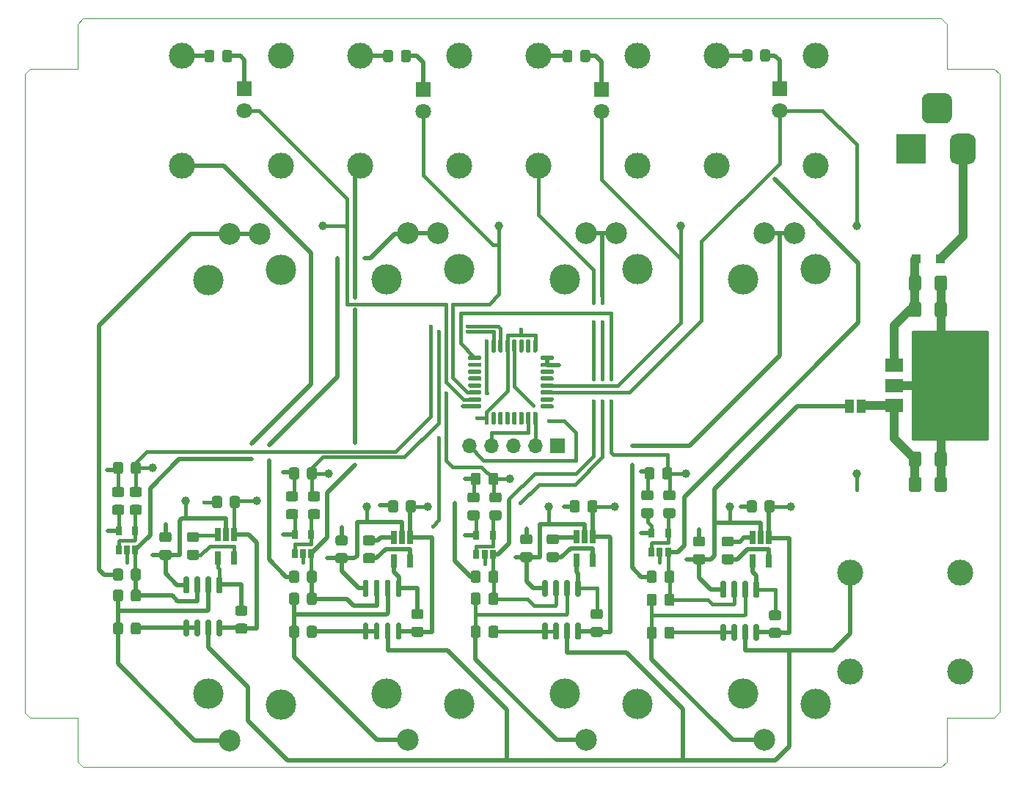
<source format=gbr>
%TF.GenerationSoftware,KiCad,Pcbnew,(5.1.6-0-10_14)*%
%TF.CreationDate,2020-09-25T10:57:10+01:00*%
%TF.ProjectId,DigitalSplitterPedal,44696769-7461-46c5-9370-6c6974746572,rev?*%
%TF.SameCoordinates,Original*%
%TF.FileFunction,Copper,L1,Top*%
%TF.FilePolarity,Positive*%
%FSLAX46Y46*%
G04 Gerber Fmt 4.6, Leading zero omitted, Abs format (unit mm)*
G04 Created by KiCad (PCBNEW (5.1.6-0-10_14)) date 2020-09-25 10:57:10*
%MOMM*%
%LPD*%
G01*
G04 APERTURE LIST*
%TA.AperFunction,Profile*%
%ADD10C,0.050000*%
%TD*%
%TA.AperFunction,SMDPad,CuDef*%
%ADD11C,1.000000*%
%TD*%
%TA.AperFunction,ComponentPad*%
%ADD12C,2.500000*%
%TD*%
%TA.AperFunction,ComponentPad*%
%ADD13C,3.500000*%
%TD*%
%TA.AperFunction,SMDPad,CuDef*%
%ADD14R,0.650000X1.060000*%
%TD*%
%TA.AperFunction,SMDPad,CuDef*%
%ADD15R,0.650000X1.560000*%
%TD*%
%TA.AperFunction,SMDPad,CuDef*%
%ADD16R,2.000000X1.500000*%
%TD*%
%TA.AperFunction,SMDPad,CuDef*%
%ADD17R,2.000000X3.800000*%
%TD*%
%TA.AperFunction,SMDPad,CuDef*%
%ADD18R,1.000000X1.500000*%
%TD*%
%TA.AperFunction,ComponentPad*%
%ADD19O,1.700000X1.700000*%
%TD*%
%TA.AperFunction,ComponentPad*%
%ADD20R,1.700000X1.700000*%
%TD*%
%TA.AperFunction,ComponentPad*%
%ADD21C,1.800000*%
%TD*%
%TA.AperFunction,ComponentPad*%
%ADD22R,1.800000X1.800000*%
%TD*%
%TA.AperFunction,SMDPad,CuDef*%
%ADD23R,1.100000X1.100000*%
%TD*%
%TA.AperFunction,ComponentPad*%
%ADD24C,3.000000*%
%TD*%
%TA.AperFunction,ComponentPad*%
%ADD25R,3.500000X3.500000*%
%TD*%
%TA.AperFunction,ViaPad*%
%ADD26C,0.450000*%
%TD*%
%TA.AperFunction,Conductor*%
%ADD27C,0.400000*%
%TD*%
%TA.AperFunction,Conductor*%
%ADD28C,0.500000*%
%TD*%
%TA.AperFunction,Conductor*%
%ADD29C,1.000000*%
%TD*%
%TA.AperFunction,Conductor*%
%ADD30C,0.254000*%
%TD*%
G04 APERTURE END LIST*
D10*
X186309000Y-130429000D02*
X185674000Y-131064000D01*
X186309000Y-125349000D02*
X186309000Y-130429000D01*
X191770000Y-125349000D02*
X186309000Y-125349000D01*
X192405000Y-124714000D02*
X191770000Y-125349000D01*
X192405000Y-51054000D02*
X192405000Y-124714000D01*
X191770000Y-50419000D02*
X192405000Y-51054000D01*
X186309000Y-50419000D02*
X191770000Y-50419000D01*
X186309000Y-45275500D02*
X186309000Y-50419000D01*
X185674000Y-44640500D02*
X186309000Y-45275500D01*
X86614000Y-44640500D02*
X185674000Y-44640500D01*
X85979000Y-45275500D02*
X86614000Y-44640500D01*
X85979000Y-50419000D02*
X85979000Y-45275500D01*
X80518000Y-50419000D02*
X85979000Y-50419000D01*
X79883000Y-51054000D02*
X80518000Y-50419000D01*
X79883000Y-124777500D02*
X79883000Y-51054000D01*
X80518000Y-125412500D02*
X79883000Y-124777500D01*
X85979000Y-125412500D02*
X80518000Y-125412500D01*
X85979000Y-130429000D02*
X85979000Y-125412500D01*
X86614000Y-131064000D02*
X85979000Y-130429000D01*
X185674000Y-131064000D02*
X86614000Y-131064000D01*
D11*
%TO.P,TP17,1*%
%TO.N,GNDS*%
X175895000Y-97155000D03*
%TD*%
%TO.P,TP16,1*%
%TO.N,/PeakDetectorMCU/PEAK_IN_ADC1*%
X94615000Y-96520000D03*
%TD*%
%TO.P,TP15,1*%
%TO.N,/PeakDetectorMCU/PEAK_IN_ADC2*%
X114935000Y-97155000D03*
%TD*%
%TO.P,TP14,1*%
%TO.N,/PeakDetectorMCU/PEAK_IN_ADC3*%
X135890000Y-97790000D03*
%TD*%
%TO.P,TP13,1*%
%TO.N,/PeakDetectorMCU/PEAK_IN_ADC4*%
X156210000Y-97155000D03*
%TD*%
%TO.P,TP12,1*%
%TO.N,/PeakDetectorMCU/PEAK_OUT_PWM1*%
X175895000Y-68580000D03*
%TD*%
%TO.P,TP11,1*%
%TO.N,/PeakDetectorMCU/PEAK_OUT_PWM2*%
X155575000Y-68580000D03*
%TD*%
%TO.P,TP10,1*%
%TO.N,/PeakDetectorMCU/PEAK_OUT_PWM3*%
X134620000Y-68580000D03*
%TD*%
%TO.P,TP9,1*%
%TO.N,/PeakDetectorMCU/PEAK_OUT_PWM4*%
X114300000Y-68580000D03*
%TD*%
%TO.P,TP8,1*%
%TO.N,/InputBufferAndGain4/NEGVIN*%
X168275000Y-100965000D03*
%TD*%
%TO.P,TP7,1*%
%TO.N,+3V3*%
X161290000Y-100965000D03*
%TD*%
%TO.P,TP6,1*%
%TO.N,/InputBufferAndGain3/NEGVIN*%
X147955000Y-100965000D03*
%TD*%
%TO.P,TP5,1*%
%TO.N,+3V3*%
X140335000Y-100965000D03*
%TD*%
%TO.P,TP4,1*%
%TO.N,/InputBufferAndGain2/NEGVIN*%
X126365000Y-100965000D03*
%TD*%
%TO.P,TP3,1*%
%TO.N,+3V3*%
X119380000Y-100965000D03*
%TD*%
%TO.P,TP2,1*%
%TO.N,/InputBufferAndGain1/NEGVIN*%
X106680000Y-100330000D03*
%TD*%
%TO.P,TP1,1*%
%TO.N,+3V3*%
X98425000Y-100330000D03*
%TD*%
D12*
%TO.P,RV2,1*%
%TO.N,Net-(R12-Pad2)*%
X124104400Y-69443600D03*
%TO.P,RV2,2*%
X127609600Y-69443600D03*
%TO.P,RV2,3*%
%TO.N,Net-(C25-Pad2)*%
X124104400Y-127939800D03*
D13*
%TO.P,RV2,*%
%TO.N,*%
X121666000Y-74777600D03*
X130022600Y-73583800D03*
X121666000Y-122580400D03*
X130048000Y-123799600D03*
%TD*%
%TO.P,C1,2*%
%TO.N,GNDS*%
%TA.AperFunction,SMDPad,CuDef*%
G36*
G01*
X184925000Y-78857000D02*
X184925000Y-77607000D01*
G75*
G02*
X185175000Y-77357000I250000J0D01*
G01*
X186100000Y-77357000D01*
G75*
G02*
X186350000Y-77607000I0J-250000D01*
G01*
X186350000Y-78857000D01*
G75*
G02*
X186100000Y-79107000I-250000J0D01*
G01*
X185175000Y-79107000D01*
G75*
G02*
X184925000Y-78857000I0J250000D01*
G01*
G37*
%TD.AperFunction*%
%TO.P,C1,1*%
%TO.N,Net-(C1-Pad1)*%
%TA.AperFunction,SMDPad,CuDef*%
G36*
G01*
X181950000Y-78857000D02*
X181950000Y-77607000D01*
G75*
G02*
X182200000Y-77357000I250000J0D01*
G01*
X183125000Y-77357000D01*
G75*
G02*
X183375000Y-77607000I0J-250000D01*
G01*
X183375000Y-78857000D01*
G75*
G02*
X183125000Y-79107000I-250000J0D01*
G01*
X182200000Y-79107000D01*
G75*
G02*
X181950000Y-78857000I0J250000D01*
G01*
G37*
%TD.AperFunction*%
%TD*%
D14*
%TO.P,U17,5*%
%TO.N,+3V3*%
X152242000Y-104056000D03*
%TO.P,U17,4*%
%TO.N,Net-(R10-Pad2)*%
X154142000Y-104056000D03*
%TO.P,U17,3*%
%TO.N,/PEAK_IN_BUF4*%
X154142000Y-106256000D03*
%TO.P,U17,2*%
%TO.N,GNDS*%
X153192000Y-106256000D03*
%TO.P,U17,1*%
%TO.N,Net-(R10-Pad2)*%
X152242000Y-106256000D03*
%TD*%
%TO.P,U16,5*%
%TO.N,+3V3*%
X132019000Y-104310000D03*
%TO.P,U16,4*%
%TO.N,Net-(R9-Pad2)*%
X133919000Y-104310000D03*
%TO.P,U16,3*%
%TO.N,/PEAK_IN_BUF3*%
X133919000Y-106510000D03*
%TO.P,U16,2*%
%TO.N,GNDS*%
X132969000Y-106510000D03*
%TO.P,U16,1*%
%TO.N,Net-(R9-Pad2)*%
X132019000Y-106510000D03*
%TD*%
D15*
%TO.P,U15,5*%
%TO.N,Net-(C18-Pad2)*%
X165796000Y-107268000D03*
%TO.P,U15,4*%
%TO.N,GNDS*%
X163896000Y-107268000D03*
%TO.P,U15,3*%
%TO.N,Net-(C18-Pad1)*%
X163896000Y-104568000D03*
%TO.P,U15,2*%
%TO.N,+3V3*%
X164846000Y-104568000D03*
%TO.P,U15,1*%
%TO.N,/InputBufferAndGain4/NEGVIN*%
X165796000Y-104568000D03*
%TD*%
%TO.P,U14,5*%
%TO.N,Net-(C7-Pad2)*%
X145476000Y-107141000D03*
%TO.P,U14,4*%
%TO.N,GNDS*%
X143576000Y-107141000D03*
%TO.P,U14,3*%
%TO.N,Net-(C7-Pad1)*%
X143576000Y-104441000D03*
%TO.P,U14,2*%
%TO.N,+3V3*%
X144526000Y-104441000D03*
%TO.P,U14,1*%
%TO.N,/InputBufferAndGain3/NEGVIN*%
X145476000Y-104441000D03*
%TD*%
%TO.P,U13,5*%
%TO.N,Net-(C5-Pad2)*%
X124394000Y-107268000D03*
%TO.P,U13,4*%
%TO.N,GNDS*%
X122494000Y-107268000D03*
%TO.P,U13,3*%
%TO.N,Net-(C5-Pad1)*%
X122494000Y-104568000D03*
%TO.P,U13,2*%
%TO.N,+3V3*%
X123444000Y-104568000D03*
%TO.P,U13,1*%
%TO.N,/InputBufferAndGain2/NEGVIN*%
X124394000Y-104568000D03*
%TD*%
D14*
%TO.P,U10,5*%
%TO.N,+3V3*%
X111064000Y-104183000D03*
%TO.P,U10,4*%
%TO.N,Net-(R8-Pad2)*%
X112964000Y-104183000D03*
%TO.P,U10,3*%
%TO.N,/PEAK_IN_BUF2*%
X112964000Y-106383000D03*
%TO.P,U10,2*%
%TO.N,GNDS*%
X112014000Y-106383000D03*
%TO.P,U10,1*%
%TO.N,Net-(R8-Pad2)*%
X111064000Y-106383000D03*
%TD*%
%TO.P,U7,5*%
%TO.N,+3V3*%
X90744000Y-103802000D03*
%TO.P,U7,4*%
%TO.N,Net-(R7-Pad2)*%
X92644000Y-103802000D03*
%TO.P,U7,3*%
%TO.N,/PEAK_IN_BUF1*%
X92644000Y-106002000D03*
%TO.P,U7,2*%
%TO.N,GNDS*%
X91694000Y-106002000D03*
%TO.P,U7,1*%
%TO.N,Net-(R7-Pad2)*%
X90744000Y-106002000D03*
%TD*%
%TO.P,U4,32*%
%TO.N,GNDS*%
%TA.AperFunction,SMDPad,CuDef*%
G36*
G01*
X139567000Y-83564000D02*
X140817000Y-83564000D01*
G75*
G02*
X140942000Y-83689000I0J-125000D01*
G01*
X140942000Y-83939000D01*
G75*
G02*
X140817000Y-84064000I-125000J0D01*
G01*
X139567000Y-84064000D01*
G75*
G02*
X139442000Y-83939000I0J125000D01*
G01*
X139442000Y-83689000D01*
G75*
G02*
X139567000Y-83564000I125000J0D01*
G01*
G37*
%TD.AperFunction*%
%TO.P,U4,31*%
%TA.AperFunction,SMDPad,CuDef*%
G36*
G01*
X139567000Y-84364000D02*
X140817000Y-84364000D01*
G75*
G02*
X140942000Y-84489000I0J-125000D01*
G01*
X140942000Y-84739000D01*
G75*
G02*
X140817000Y-84864000I-125000J0D01*
G01*
X139567000Y-84864000D01*
G75*
G02*
X139442000Y-84739000I0J125000D01*
G01*
X139442000Y-84489000D01*
G75*
G02*
X139567000Y-84364000I125000J0D01*
G01*
G37*
%TD.AperFunction*%
%TO.P,U4,30*%
%TO.N,Net-(U4-Pad30)*%
%TA.AperFunction,SMDPad,CuDef*%
G36*
G01*
X139567000Y-85164000D02*
X140817000Y-85164000D01*
G75*
G02*
X140942000Y-85289000I0J-125000D01*
G01*
X140942000Y-85539000D01*
G75*
G02*
X140817000Y-85664000I-125000J0D01*
G01*
X139567000Y-85664000D01*
G75*
G02*
X139442000Y-85539000I0J125000D01*
G01*
X139442000Y-85289000D01*
G75*
G02*
X139567000Y-85164000I125000J0D01*
G01*
G37*
%TD.AperFunction*%
%TO.P,U4,29*%
%TO.N,Net-(U4-Pad29)*%
%TA.AperFunction,SMDPad,CuDef*%
G36*
G01*
X139567000Y-85964000D02*
X140817000Y-85964000D01*
G75*
G02*
X140942000Y-86089000I0J-125000D01*
G01*
X140942000Y-86339000D01*
G75*
G02*
X140817000Y-86464000I-125000J0D01*
G01*
X139567000Y-86464000D01*
G75*
G02*
X139442000Y-86339000I0J125000D01*
G01*
X139442000Y-86089000D01*
G75*
G02*
X139567000Y-85964000I125000J0D01*
G01*
G37*
%TD.AperFunction*%
%TO.P,U4,28*%
%TO.N,/PeakDetectorMCU/PEAK_OUT_PWM2*%
%TA.AperFunction,SMDPad,CuDef*%
G36*
G01*
X139567000Y-86764000D02*
X140817000Y-86764000D01*
G75*
G02*
X140942000Y-86889000I0J-125000D01*
G01*
X140942000Y-87139000D01*
G75*
G02*
X140817000Y-87264000I-125000J0D01*
G01*
X139567000Y-87264000D01*
G75*
G02*
X139442000Y-87139000I0J125000D01*
G01*
X139442000Y-86889000D01*
G75*
G02*
X139567000Y-86764000I125000J0D01*
G01*
G37*
%TD.AperFunction*%
%TO.P,U4,27*%
%TO.N,/PeakDetectorMCU/PEAK_OUT_PWM1*%
%TA.AperFunction,SMDPad,CuDef*%
G36*
G01*
X139567000Y-87564000D02*
X140817000Y-87564000D01*
G75*
G02*
X140942000Y-87689000I0J-125000D01*
G01*
X140942000Y-87939000D01*
G75*
G02*
X140817000Y-88064000I-125000J0D01*
G01*
X139567000Y-88064000D01*
G75*
G02*
X139442000Y-87939000I0J125000D01*
G01*
X139442000Y-87689000D01*
G75*
G02*
X139567000Y-87564000I125000J0D01*
G01*
G37*
%TD.AperFunction*%
%TO.P,U4,26*%
%TO.N,Net-(U4-Pad26)*%
%TA.AperFunction,SMDPad,CuDef*%
G36*
G01*
X139567000Y-88364000D02*
X140817000Y-88364000D01*
G75*
G02*
X140942000Y-88489000I0J-125000D01*
G01*
X140942000Y-88739000D01*
G75*
G02*
X140817000Y-88864000I-125000J0D01*
G01*
X139567000Y-88864000D01*
G75*
G02*
X139442000Y-88739000I0J125000D01*
G01*
X139442000Y-88489000D01*
G75*
G02*
X139567000Y-88364000I125000J0D01*
G01*
G37*
%TD.AperFunction*%
%TO.P,U4,25*%
%TO.N,Net-(U4-Pad25)*%
%TA.AperFunction,SMDPad,CuDef*%
G36*
G01*
X139567000Y-89164000D02*
X140817000Y-89164000D01*
G75*
G02*
X140942000Y-89289000I0J-125000D01*
G01*
X140942000Y-89539000D01*
G75*
G02*
X140817000Y-89664000I-125000J0D01*
G01*
X139567000Y-89664000D01*
G75*
G02*
X139442000Y-89539000I0J125000D01*
G01*
X139442000Y-89289000D01*
G75*
G02*
X139567000Y-89164000I125000J0D01*
G01*
G37*
%TD.AperFunction*%
%TO.P,U4,24*%
%TO.N,/PeakDetectorMCU/SYS_SWCLK*%
%TA.AperFunction,SMDPad,CuDef*%
G36*
G01*
X138692000Y-90039000D02*
X138942000Y-90039000D01*
G75*
G02*
X139067000Y-90164000I0J-125000D01*
G01*
X139067000Y-91414000D01*
G75*
G02*
X138942000Y-91539000I-125000J0D01*
G01*
X138692000Y-91539000D01*
G75*
G02*
X138567000Y-91414000I0J125000D01*
G01*
X138567000Y-90164000D01*
G75*
G02*
X138692000Y-90039000I125000J0D01*
G01*
G37*
%TD.AperFunction*%
%TO.P,U4,23*%
%TO.N,/PeakDetectorMCU/SYS_SWDIO*%
%TA.AperFunction,SMDPad,CuDef*%
G36*
G01*
X137892000Y-90039000D02*
X138142000Y-90039000D01*
G75*
G02*
X138267000Y-90164000I0J-125000D01*
G01*
X138267000Y-91414000D01*
G75*
G02*
X138142000Y-91539000I-125000J0D01*
G01*
X137892000Y-91539000D01*
G75*
G02*
X137767000Y-91414000I0J125000D01*
G01*
X137767000Y-90164000D01*
G75*
G02*
X137892000Y-90039000I125000J0D01*
G01*
G37*
%TD.AperFunction*%
%TO.P,U4,22*%
%TO.N,Net-(U4-Pad22)*%
%TA.AperFunction,SMDPad,CuDef*%
G36*
G01*
X137092000Y-90039000D02*
X137342000Y-90039000D01*
G75*
G02*
X137467000Y-90164000I0J-125000D01*
G01*
X137467000Y-91414000D01*
G75*
G02*
X137342000Y-91539000I-125000J0D01*
G01*
X137092000Y-91539000D01*
G75*
G02*
X136967000Y-91414000I0J125000D01*
G01*
X136967000Y-90164000D01*
G75*
G02*
X137092000Y-90039000I125000J0D01*
G01*
G37*
%TD.AperFunction*%
%TO.P,U4,21*%
%TO.N,Net-(U4-Pad21)*%
%TA.AperFunction,SMDPad,CuDef*%
G36*
G01*
X136292000Y-90039000D02*
X136542000Y-90039000D01*
G75*
G02*
X136667000Y-90164000I0J-125000D01*
G01*
X136667000Y-91414000D01*
G75*
G02*
X136542000Y-91539000I-125000J0D01*
G01*
X136292000Y-91539000D01*
G75*
G02*
X136167000Y-91414000I0J125000D01*
G01*
X136167000Y-90164000D01*
G75*
G02*
X136292000Y-90039000I125000J0D01*
G01*
G37*
%TD.AperFunction*%
%TO.P,U4,20*%
%TO.N,Net-(U4-Pad20)*%
%TA.AperFunction,SMDPad,CuDef*%
G36*
G01*
X135492000Y-90039000D02*
X135742000Y-90039000D01*
G75*
G02*
X135867000Y-90164000I0J-125000D01*
G01*
X135867000Y-91414000D01*
G75*
G02*
X135742000Y-91539000I-125000J0D01*
G01*
X135492000Y-91539000D01*
G75*
G02*
X135367000Y-91414000I0J125000D01*
G01*
X135367000Y-90164000D01*
G75*
G02*
X135492000Y-90039000I125000J0D01*
G01*
G37*
%TD.AperFunction*%
%TO.P,U4,19*%
%TO.N,Net-(U4-Pad19)*%
%TA.AperFunction,SMDPad,CuDef*%
G36*
G01*
X134692000Y-90039000D02*
X134942000Y-90039000D01*
G75*
G02*
X135067000Y-90164000I0J-125000D01*
G01*
X135067000Y-91414000D01*
G75*
G02*
X134942000Y-91539000I-125000J0D01*
G01*
X134692000Y-91539000D01*
G75*
G02*
X134567000Y-91414000I0J125000D01*
G01*
X134567000Y-90164000D01*
G75*
G02*
X134692000Y-90039000I125000J0D01*
G01*
G37*
%TD.AperFunction*%
%TO.P,U4,18*%
%TO.N,Net-(U4-Pad18)*%
%TA.AperFunction,SMDPad,CuDef*%
G36*
G01*
X133892000Y-90039000D02*
X134142000Y-90039000D01*
G75*
G02*
X134267000Y-90164000I0J-125000D01*
G01*
X134267000Y-91414000D01*
G75*
G02*
X134142000Y-91539000I-125000J0D01*
G01*
X133892000Y-91539000D01*
G75*
G02*
X133767000Y-91414000I0J125000D01*
G01*
X133767000Y-90164000D01*
G75*
G02*
X133892000Y-90039000I125000J0D01*
G01*
G37*
%TD.AperFunction*%
%TO.P,U4,17*%
%TO.N,+3V3*%
%TA.AperFunction,SMDPad,CuDef*%
G36*
G01*
X133092000Y-90039000D02*
X133342000Y-90039000D01*
G75*
G02*
X133467000Y-90164000I0J-125000D01*
G01*
X133467000Y-91414000D01*
G75*
G02*
X133342000Y-91539000I-125000J0D01*
G01*
X133092000Y-91539000D01*
G75*
G02*
X132967000Y-91414000I0J125000D01*
G01*
X132967000Y-90164000D01*
G75*
G02*
X133092000Y-90039000I125000J0D01*
G01*
G37*
%TD.AperFunction*%
%TO.P,U4,16*%
%TO.N,GNDS*%
%TA.AperFunction,SMDPad,CuDef*%
G36*
G01*
X131217000Y-89164000D02*
X132467000Y-89164000D01*
G75*
G02*
X132592000Y-89289000I0J-125000D01*
G01*
X132592000Y-89539000D01*
G75*
G02*
X132467000Y-89664000I-125000J0D01*
G01*
X131217000Y-89664000D01*
G75*
G02*
X131092000Y-89539000I0J125000D01*
G01*
X131092000Y-89289000D01*
G75*
G02*
X131217000Y-89164000I125000J0D01*
G01*
G37*
%TD.AperFunction*%
%TO.P,U4,15*%
%TO.N,/PeakDetectorMCU/PEAK_OUT_PWM4*%
%TA.AperFunction,SMDPad,CuDef*%
G36*
G01*
X131217000Y-88364000D02*
X132467000Y-88364000D01*
G75*
G02*
X132592000Y-88489000I0J-125000D01*
G01*
X132592000Y-88739000D01*
G75*
G02*
X132467000Y-88864000I-125000J0D01*
G01*
X131217000Y-88864000D01*
G75*
G02*
X131092000Y-88739000I0J125000D01*
G01*
X131092000Y-88489000D01*
G75*
G02*
X131217000Y-88364000I125000J0D01*
G01*
G37*
%TD.AperFunction*%
%TO.P,U4,14*%
%TO.N,/PeakDetectorMCU/PEAK_OUT_PWM3*%
%TA.AperFunction,SMDPad,CuDef*%
G36*
G01*
X131217000Y-87564000D02*
X132467000Y-87564000D01*
G75*
G02*
X132592000Y-87689000I0J-125000D01*
G01*
X132592000Y-87939000D01*
G75*
G02*
X132467000Y-88064000I-125000J0D01*
G01*
X131217000Y-88064000D01*
G75*
G02*
X131092000Y-87939000I0J125000D01*
G01*
X131092000Y-87689000D01*
G75*
G02*
X131217000Y-87564000I125000J0D01*
G01*
G37*
%TD.AperFunction*%
%TO.P,U4,13*%
%TO.N,Net-(U4-Pad13)*%
%TA.AperFunction,SMDPad,CuDef*%
G36*
G01*
X131217000Y-86764000D02*
X132467000Y-86764000D01*
G75*
G02*
X132592000Y-86889000I0J-125000D01*
G01*
X132592000Y-87139000D01*
G75*
G02*
X132467000Y-87264000I-125000J0D01*
G01*
X131217000Y-87264000D01*
G75*
G02*
X131092000Y-87139000I0J125000D01*
G01*
X131092000Y-86889000D01*
G75*
G02*
X131217000Y-86764000I125000J0D01*
G01*
G37*
%TD.AperFunction*%
%TO.P,U4,12*%
%TO.N,Net-(U4-Pad12)*%
%TA.AperFunction,SMDPad,CuDef*%
G36*
G01*
X131217000Y-85964000D02*
X132467000Y-85964000D01*
G75*
G02*
X132592000Y-86089000I0J-125000D01*
G01*
X132592000Y-86339000D01*
G75*
G02*
X132467000Y-86464000I-125000J0D01*
G01*
X131217000Y-86464000D01*
G75*
G02*
X131092000Y-86339000I0J125000D01*
G01*
X131092000Y-86089000D01*
G75*
G02*
X131217000Y-85964000I125000J0D01*
G01*
G37*
%TD.AperFunction*%
%TO.P,U4,11*%
%TO.N,Net-(U4-Pad11)*%
%TA.AperFunction,SMDPad,CuDef*%
G36*
G01*
X131217000Y-85164000D02*
X132467000Y-85164000D01*
G75*
G02*
X132592000Y-85289000I0J-125000D01*
G01*
X132592000Y-85539000D01*
G75*
G02*
X132467000Y-85664000I-125000J0D01*
G01*
X131217000Y-85664000D01*
G75*
G02*
X131092000Y-85539000I0J125000D01*
G01*
X131092000Y-85289000D01*
G75*
G02*
X131217000Y-85164000I125000J0D01*
G01*
G37*
%TD.AperFunction*%
%TO.P,U4,10*%
%TO.N,Net-(U4-Pad10)*%
%TA.AperFunction,SMDPad,CuDef*%
G36*
G01*
X131217000Y-84364000D02*
X132467000Y-84364000D01*
G75*
G02*
X132592000Y-84489000I0J-125000D01*
G01*
X132592000Y-84739000D01*
G75*
G02*
X132467000Y-84864000I-125000J0D01*
G01*
X131217000Y-84864000D01*
G75*
G02*
X131092000Y-84739000I0J125000D01*
G01*
X131092000Y-84489000D01*
G75*
G02*
X131217000Y-84364000I125000J0D01*
G01*
G37*
%TD.AperFunction*%
%TO.P,U4,9*%
%TO.N,/PeakDetectorMCU/PEAK_IN_ADC4*%
%TA.AperFunction,SMDPad,CuDef*%
G36*
G01*
X131217000Y-83564000D02*
X132467000Y-83564000D01*
G75*
G02*
X132592000Y-83689000I0J-125000D01*
G01*
X132592000Y-83939000D01*
G75*
G02*
X132467000Y-84064000I-125000J0D01*
G01*
X131217000Y-84064000D01*
G75*
G02*
X131092000Y-83939000I0J125000D01*
G01*
X131092000Y-83689000D01*
G75*
G02*
X131217000Y-83564000I125000J0D01*
G01*
G37*
%TD.AperFunction*%
%TO.P,U4,8*%
%TO.N,/PeakDetectorMCU/PEAK_IN_ADC3*%
%TA.AperFunction,SMDPad,CuDef*%
G36*
G01*
X133092000Y-81689000D02*
X133342000Y-81689000D01*
G75*
G02*
X133467000Y-81814000I0J-125000D01*
G01*
X133467000Y-83064000D01*
G75*
G02*
X133342000Y-83189000I-125000J0D01*
G01*
X133092000Y-83189000D01*
G75*
G02*
X132967000Y-83064000I0J125000D01*
G01*
X132967000Y-81814000D01*
G75*
G02*
X133092000Y-81689000I125000J0D01*
G01*
G37*
%TD.AperFunction*%
%TO.P,U4,7*%
%TO.N,/PeakDetectorMCU/PEAK_IN_ADC2*%
%TA.AperFunction,SMDPad,CuDef*%
G36*
G01*
X133892000Y-81689000D02*
X134142000Y-81689000D01*
G75*
G02*
X134267000Y-81814000I0J-125000D01*
G01*
X134267000Y-83064000D01*
G75*
G02*
X134142000Y-83189000I-125000J0D01*
G01*
X133892000Y-83189000D01*
G75*
G02*
X133767000Y-83064000I0J125000D01*
G01*
X133767000Y-81814000D01*
G75*
G02*
X133892000Y-81689000I125000J0D01*
G01*
G37*
%TD.AperFunction*%
%TO.P,U4,6*%
%TO.N,/PeakDetectorMCU/PEAK_IN_ADC1*%
%TA.AperFunction,SMDPad,CuDef*%
G36*
G01*
X134692000Y-81689000D02*
X134942000Y-81689000D01*
G75*
G02*
X135067000Y-81814000I0J-125000D01*
G01*
X135067000Y-83064000D01*
G75*
G02*
X134942000Y-83189000I-125000J0D01*
G01*
X134692000Y-83189000D01*
G75*
G02*
X134567000Y-83064000I0J125000D01*
G01*
X134567000Y-81814000D01*
G75*
G02*
X134692000Y-81689000I125000J0D01*
G01*
G37*
%TD.AperFunction*%
%TO.P,U4,5*%
%TO.N,+3V3*%
%TA.AperFunction,SMDPad,CuDef*%
G36*
G01*
X135492000Y-81689000D02*
X135742000Y-81689000D01*
G75*
G02*
X135867000Y-81814000I0J-125000D01*
G01*
X135867000Y-83064000D01*
G75*
G02*
X135742000Y-83189000I-125000J0D01*
G01*
X135492000Y-83189000D01*
G75*
G02*
X135367000Y-83064000I0J125000D01*
G01*
X135367000Y-81814000D01*
G75*
G02*
X135492000Y-81689000I125000J0D01*
G01*
G37*
%TD.AperFunction*%
%TO.P,U4,4*%
%TO.N,/PeakDetectorMCU/NRST*%
%TA.AperFunction,SMDPad,CuDef*%
G36*
G01*
X136292000Y-81689000D02*
X136542000Y-81689000D01*
G75*
G02*
X136667000Y-81814000I0J-125000D01*
G01*
X136667000Y-83064000D01*
G75*
G02*
X136542000Y-83189000I-125000J0D01*
G01*
X136292000Y-83189000D01*
G75*
G02*
X136167000Y-83064000I0J125000D01*
G01*
X136167000Y-81814000D01*
G75*
G02*
X136292000Y-81689000I125000J0D01*
G01*
G37*
%TD.AperFunction*%
%TO.P,U4,3*%
%TO.N,Net-(U4-Pad3)*%
%TA.AperFunction,SMDPad,CuDef*%
G36*
G01*
X137092000Y-81689000D02*
X137342000Y-81689000D01*
G75*
G02*
X137467000Y-81814000I0J-125000D01*
G01*
X137467000Y-83064000D01*
G75*
G02*
X137342000Y-83189000I-125000J0D01*
G01*
X137092000Y-83189000D01*
G75*
G02*
X136967000Y-83064000I0J125000D01*
G01*
X136967000Y-81814000D01*
G75*
G02*
X137092000Y-81689000I125000J0D01*
G01*
G37*
%TD.AperFunction*%
%TO.P,U4,2*%
%TO.N,Net-(U4-Pad2)*%
%TA.AperFunction,SMDPad,CuDef*%
G36*
G01*
X137892000Y-81689000D02*
X138142000Y-81689000D01*
G75*
G02*
X138267000Y-81814000I0J-125000D01*
G01*
X138267000Y-83064000D01*
G75*
G02*
X138142000Y-83189000I-125000J0D01*
G01*
X137892000Y-83189000D01*
G75*
G02*
X137767000Y-83064000I0J125000D01*
G01*
X137767000Y-81814000D01*
G75*
G02*
X137892000Y-81689000I125000J0D01*
G01*
G37*
%TD.AperFunction*%
%TO.P,U4,1*%
%TO.N,+3V3*%
%TA.AperFunction,SMDPad,CuDef*%
G36*
G01*
X138692000Y-81689000D02*
X138942000Y-81689000D01*
G75*
G02*
X139067000Y-81814000I0J-125000D01*
G01*
X139067000Y-83064000D01*
G75*
G02*
X138942000Y-83189000I-125000J0D01*
G01*
X138692000Y-83189000D01*
G75*
G02*
X138567000Y-83064000I0J125000D01*
G01*
X138567000Y-81814000D01*
G75*
G02*
X138692000Y-81689000I125000J0D01*
G01*
G37*
%TD.AperFunction*%
%TD*%
D15*
%TO.P,U3,5*%
%TO.N,Net-(C3-Pad2)*%
X104074000Y-106887000D03*
%TO.P,U3,4*%
%TO.N,GNDS*%
X102174000Y-106887000D03*
%TO.P,U3,3*%
%TO.N,Net-(C3-Pad1)*%
X102174000Y-104187000D03*
%TO.P,U3,2*%
%TO.N,+3V3*%
X103124000Y-104187000D03*
%TO.P,U3,1*%
%TO.N,/InputBufferAndGain1/NEGVIN*%
X104074000Y-104187000D03*
%TD*%
D16*
%TO.P,U1,1*%
%TO.N,Net-(C1-Pad1)*%
X180238000Y-84695000D03*
%TO.P,U1,3*%
%TO.N,Net-(C2-Pad1)*%
X180238000Y-89295000D03*
%TO.P,U1,2*%
%TO.N,GNDS*%
X180238000Y-86995000D03*
D17*
X186538000Y-86995000D03*
%TD*%
%TO.P,R10,2*%
%TO.N,Net-(R10-Pad2)*%
%TA.AperFunction,SMDPad,CuDef*%
G36*
G01*
X153854999Y-101161000D02*
X154755001Y-101161000D01*
G75*
G02*
X155005000Y-101410999I0J-249999D01*
G01*
X155005000Y-102061001D01*
G75*
G02*
X154755001Y-102311000I-249999J0D01*
G01*
X153854999Y-102311000D01*
G75*
G02*
X153605000Y-102061001I0J249999D01*
G01*
X153605000Y-101410999D01*
G75*
G02*
X153854999Y-101161000I249999J0D01*
G01*
G37*
%TD.AperFunction*%
%TO.P,R10,1*%
%TO.N,/PeakDetectorMCU/PEAK_IN_ADC4*%
%TA.AperFunction,SMDPad,CuDef*%
G36*
G01*
X153854999Y-99111000D02*
X154755001Y-99111000D01*
G75*
G02*
X155005000Y-99360999I0J-249999D01*
G01*
X155005000Y-100011001D01*
G75*
G02*
X154755001Y-100261000I-249999J0D01*
G01*
X153854999Y-100261000D01*
G75*
G02*
X153605000Y-100011001I0J249999D01*
G01*
X153605000Y-99360999D01*
G75*
G02*
X153854999Y-99111000I249999J0D01*
G01*
G37*
%TD.AperFunction*%
%TD*%
%TO.P,R9,2*%
%TO.N,Net-(R9-Pad2)*%
%TA.AperFunction,SMDPad,CuDef*%
G36*
G01*
X133788999Y-101415000D02*
X134689001Y-101415000D01*
G75*
G02*
X134939000Y-101664999I0J-249999D01*
G01*
X134939000Y-102315001D01*
G75*
G02*
X134689001Y-102565000I-249999J0D01*
G01*
X133788999Y-102565000D01*
G75*
G02*
X133539000Y-102315001I0J249999D01*
G01*
X133539000Y-101664999D01*
G75*
G02*
X133788999Y-101415000I249999J0D01*
G01*
G37*
%TD.AperFunction*%
%TO.P,R9,1*%
%TO.N,/PeakDetectorMCU/PEAK_IN_ADC3*%
%TA.AperFunction,SMDPad,CuDef*%
G36*
G01*
X133788999Y-99365000D02*
X134689001Y-99365000D01*
G75*
G02*
X134939000Y-99614999I0J-249999D01*
G01*
X134939000Y-100265001D01*
G75*
G02*
X134689001Y-100515000I-249999J0D01*
G01*
X133788999Y-100515000D01*
G75*
G02*
X133539000Y-100265001I0J249999D01*
G01*
X133539000Y-99614999D01*
G75*
G02*
X133788999Y-99365000I249999J0D01*
G01*
G37*
%TD.AperFunction*%
%TD*%
%TO.P,R8,2*%
%TO.N,Net-(R8-Pad2)*%
%TA.AperFunction,SMDPad,CuDef*%
G36*
G01*
X112833999Y-101288000D02*
X113734001Y-101288000D01*
G75*
G02*
X113984000Y-101537999I0J-249999D01*
G01*
X113984000Y-102188001D01*
G75*
G02*
X113734001Y-102438000I-249999J0D01*
G01*
X112833999Y-102438000D01*
G75*
G02*
X112584000Y-102188001I0J249999D01*
G01*
X112584000Y-101537999D01*
G75*
G02*
X112833999Y-101288000I249999J0D01*
G01*
G37*
%TD.AperFunction*%
%TO.P,R8,1*%
%TO.N,/PeakDetectorMCU/PEAK_IN_ADC2*%
%TA.AperFunction,SMDPad,CuDef*%
G36*
G01*
X112833999Y-99238000D02*
X113734001Y-99238000D01*
G75*
G02*
X113984000Y-99487999I0J-249999D01*
G01*
X113984000Y-100138001D01*
G75*
G02*
X113734001Y-100388000I-249999J0D01*
G01*
X112833999Y-100388000D01*
G75*
G02*
X112584000Y-100138001I0J249999D01*
G01*
X112584000Y-99487999D01*
G75*
G02*
X112833999Y-99238000I249999J0D01*
G01*
G37*
%TD.AperFunction*%
%TD*%
%TO.P,R7,2*%
%TO.N,Net-(R7-Pad2)*%
%TA.AperFunction,SMDPad,CuDef*%
G36*
G01*
X92259999Y-100780000D02*
X93160001Y-100780000D01*
G75*
G02*
X93410000Y-101029999I0J-249999D01*
G01*
X93410000Y-101680001D01*
G75*
G02*
X93160001Y-101930000I-249999J0D01*
G01*
X92259999Y-101930000D01*
G75*
G02*
X92010000Y-101680001I0J249999D01*
G01*
X92010000Y-101029999D01*
G75*
G02*
X92259999Y-100780000I249999J0D01*
G01*
G37*
%TD.AperFunction*%
%TO.P,R7,1*%
%TO.N,/PeakDetectorMCU/PEAK_IN_ADC1*%
%TA.AperFunction,SMDPad,CuDef*%
G36*
G01*
X92259999Y-98730000D02*
X93160001Y-98730000D01*
G75*
G02*
X93410000Y-98979999I0J-249999D01*
G01*
X93410000Y-99630001D01*
G75*
G02*
X93160001Y-99880000I-249999J0D01*
G01*
X92259999Y-99880000D01*
G75*
G02*
X92010000Y-99630001I0J249999D01*
G01*
X92010000Y-98979999D01*
G75*
G02*
X92259999Y-98730000I249999J0D01*
G01*
G37*
%TD.AperFunction*%
%TD*%
%TO.P,R4,2*%
%TO.N,Net-(D14-Pad1)*%
%TA.AperFunction,SMDPad,CuDef*%
G36*
G01*
X164788000Y-49345001D02*
X164788000Y-48444999D01*
G75*
G02*
X165037999Y-48195000I249999J0D01*
G01*
X165688001Y-48195000D01*
G75*
G02*
X165938000Y-48444999I0J-249999D01*
G01*
X165938000Y-49345001D01*
G75*
G02*
X165688001Y-49595000I-249999J0D01*
G01*
X165037999Y-49595000D01*
G75*
G02*
X164788000Y-49345001I0J249999D01*
G01*
G37*
%TD.AperFunction*%
%TO.P,R4,1*%
%TO.N,GNDS*%
%TA.AperFunction,SMDPad,CuDef*%
G36*
G01*
X162738000Y-49345001D02*
X162738000Y-48444999D01*
G75*
G02*
X162987999Y-48195000I249999J0D01*
G01*
X163638001Y-48195000D01*
G75*
G02*
X163888000Y-48444999I0J-249999D01*
G01*
X163888000Y-49345001D01*
G75*
G02*
X163638001Y-49595000I-249999J0D01*
G01*
X162987999Y-49595000D01*
G75*
G02*
X162738000Y-49345001I0J249999D01*
G01*
G37*
%TD.AperFunction*%
%TD*%
%TO.P,R3,2*%
%TO.N,Net-(D10-Pad1)*%
%TA.AperFunction,SMDPad,CuDef*%
G36*
G01*
X144023500Y-49408501D02*
X144023500Y-48508499D01*
G75*
G02*
X144273499Y-48258500I249999J0D01*
G01*
X144923501Y-48258500D01*
G75*
G02*
X145173500Y-48508499I0J-249999D01*
G01*
X145173500Y-49408501D01*
G75*
G02*
X144923501Y-49658500I-249999J0D01*
G01*
X144273499Y-49658500D01*
G75*
G02*
X144023500Y-49408501I0J249999D01*
G01*
G37*
%TD.AperFunction*%
%TO.P,R3,1*%
%TO.N,GNDS*%
%TA.AperFunction,SMDPad,CuDef*%
G36*
G01*
X141973500Y-49408501D02*
X141973500Y-48508499D01*
G75*
G02*
X142223499Y-48258500I249999J0D01*
G01*
X142873501Y-48258500D01*
G75*
G02*
X143123500Y-48508499I0J-249999D01*
G01*
X143123500Y-49408501D01*
G75*
G02*
X142873501Y-49658500I-249999J0D01*
G01*
X142223499Y-49658500D01*
G75*
G02*
X141973500Y-49408501I0J249999D01*
G01*
G37*
%TD.AperFunction*%
%TD*%
%TO.P,R2,2*%
%TO.N,Net-(D2-Pad1)*%
%TA.AperFunction,SMDPad,CuDef*%
G36*
G01*
X123322500Y-49408501D02*
X123322500Y-48508499D01*
G75*
G02*
X123572499Y-48258500I249999J0D01*
G01*
X124222501Y-48258500D01*
G75*
G02*
X124472500Y-48508499I0J-249999D01*
G01*
X124472500Y-49408501D01*
G75*
G02*
X124222501Y-49658500I-249999J0D01*
G01*
X123572499Y-49658500D01*
G75*
G02*
X123322500Y-49408501I0J249999D01*
G01*
G37*
%TD.AperFunction*%
%TO.P,R2,1*%
%TO.N,GNDS*%
%TA.AperFunction,SMDPad,CuDef*%
G36*
G01*
X121272500Y-49408501D02*
X121272500Y-48508499D01*
G75*
G02*
X121522499Y-48258500I249999J0D01*
G01*
X122172501Y-48258500D01*
G75*
G02*
X122422500Y-48508499I0J-249999D01*
G01*
X122422500Y-49408501D01*
G75*
G02*
X122172501Y-49658500I-249999J0D01*
G01*
X121522499Y-49658500D01*
G75*
G02*
X121272500Y-49408501I0J249999D01*
G01*
G37*
%TD.AperFunction*%
%TD*%
%TO.P,R1,2*%
%TO.N,Net-(D1-Pad1)*%
%TA.AperFunction,SMDPad,CuDef*%
G36*
G01*
X102685000Y-49408501D02*
X102685000Y-48508499D01*
G75*
G02*
X102934999Y-48258500I249999J0D01*
G01*
X103585001Y-48258500D01*
G75*
G02*
X103835000Y-48508499I0J-249999D01*
G01*
X103835000Y-49408501D01*
G75*
G02*
X103585001Y-49658500I-249999J0D01*
G01*
X102934999Y-49658500D01*
G75*
G02*
X102685000Y-49408501I0J249999D01*
G01*
G37*
%TD.AperFunction*%
%TO.P,R1,1*%
%TO.N,GNDS*%
%TA.AperFunction,SMDPad,CuDef*%
G36*
G01*
X100635000Y-49408501D02*
X100635000Y-48508499D01*
G75*
G02*
X100884999Y-48258500I249999J0D01*
G01*
X101535001Y-48258500D01*
G75*
G02*
X101785000Y-48508499I0J-249999D01*
G01*
X101785000Y-49408501D01*
G75*
G02*
X101535001Y-49658500I-249999J0D01*
G01*
X100884999Y-49658500D01*
G75*
G02*
X100635000Y-49408501I0J249999D01*
G01*
G37*
%TD.AperFunction*%
%TD*%
D18*
%TO.P,JP1,1*%
%TO.N,Net-(C2-Pad1)*%
X176418000Y-89408000D03*
%TO.P,JP1,2*%
%TO.N,+3V3*%
X175118000Y-89408000D03*
%TD*%
D19*
%TO.P,J7,5*%
%TO.N,/PeakDetectorMCU/NRST*%
X131191000Y-93980000D03*
%TO.P,J7,4*%
%TO.N,/PeakDetectorMCU/SYS_SWDIO*%
X133731000Y-93980000D03*
%TO.P,J7,3*%
%TO.N,GNDS*%
X136271000Y-93980000D03*
%TO.P,J7,2*%
%TO.N,/PeakDetectorMCU/SYS_SWCLK*%
X138811000Y-93980000D03*
D20*
%TO.P,J7,1*%
%TO.N,+3V3*%
X141351000Y-93980000D03*
%TD*%
D21*
%TO.P,D14,2*%
%TO.N,/PeakDetectorMCU/PEAK_OUT_PWM1*%
X167005000Y-55245000D03*
D22*
%TO.P,D14,1*%
%TO.N,Net-(D14-Pad1)*%
X167005000Y-52705000D03*
%TD*%
D21*
%TO.P,D10,2*%
%TO.N,/PeakDetectorMCU/PEAK_OUT_PWM2*%
X146431000Y-55372000D03*
D22*
%TO.P,D10,1*%
%TO.N,Net-(D10-Pad1)*%
X146431000Y-52832000D03*
%TD*%
D21*
%TO.P,D2,2*%
%TO.N,/PeakDetectorMCU/PEAK_OUT_PWM3*%
X125857000Y-55372000D03*
D22*
%TO.P,D2,1*%
%TO.N,Net-(D2-Pad1)*%
X125857000Y-52832000D03*
%TD*%
D21*
%TO.P,D1,2*%
%TO.N,/PeakDetectorMCU/PEAK_OUT_PWM4*%
X105219500Y-55245000D03*
D22*
%TO.P,D1,1*%
%TO.N,Net-(D1-Pad1)*%
X105219500Y-52705000D03*
%TD*%
%TO.P,C41,2*%
%TO.N,GNDS*%
%TA.AperFunction,SMDPad,CuDef*%
G36*
G01*
X152215001Y-100261000D02*
X151314999Y-100261000D01*
G75*
G02*
X151065000Y-100011001I0J249999D01*
G01*
X151065000Y-99360999D01*
G75*
G02*
X151314999Y-99111000I249999J0D01*
G01*
X152215001Y-99111000D01*
G75*
G02*
X152465000Y-99360999I0J-249999D01*
G01*
X152465000Y-100011001D01*
G75*
G02*
X152215001Y-100261000I-249999J0D01*
G01*
G37*
%TD.AperFunction*%
%TO.P,C41,1*%
%TO.N,+3V3*%
%TA.AperFunction,SMDPad,CuDef*%
G36*
G01*
X152215001Y-102311000D02*
X151314999Y-102311000D01*
G75*
G02*
X151065000Y-102061001I0J249999D01*
G01*
X151065000Y-101410999D01*
G75*
G02*
X151314999Y-101161000I249999J0D01*
G01*
X152215001Y-101161000D01*
G75*
G02*
X152465000Y-101410999I0J-249999D01*
G01*
X152465000Y-102061001D01*
G75*
G02*
X152215001Y-102311000I-249999J0D01*
G01*
G37*
%TD.AperFunction*%
%TD*%
%TO.P,C40,2*%
%TO.N,GNDS*%
%TA.AperFunction,SMDPad,CuDef*%
G36*
G01*
X132149001Y-100515000D02*
X131248999Y-100515000D01*
G75*
G02*
X130999000Y-100265001I0J249999D01*
G01*
X130999000Y-99614999D01*
G75*
G02*
X131248999Y-99365000I249999J0D01*
G01*
X132149001Y-99365000D01*
G75*
G02*
X132399000Y-99614999I0J-249999D01*
G01*
X132399000Y-100265001D01*
G75*
G02*
X132149001Y-100515000I-249999J0D01*
G01*
G37*
%TD.AperFunction*%
%TO.P,C40,1*%
%TO.N,+3V3*%
%TA.AperFunction,SMDPad,CuDef*%
G36*
G01*
X132149001Y-102565000D02*
X131248999Y-102565000D01*
G75*
G02*
X130999000Y-102315001I0J249999D01*
G01*
X130999000Y-101664999D01*
G75*
G02*
X131248999Y-101415000I249999J0D01*
G01*
X132149001Y-101415000D01*
G75*
G02*
X132399000Y-101664999I0J-249999D01*
G01*
X132399000Y-102315001D01*
G75*
G02*
X132149001Y-102565000I-249999J0D01*
G01*
G37*
%TD.AperFunction*%
%TD*%
%TO.P,C33,2*%
%TO.N,GNDS*%
%TA.AperFunction,SMDPad,CuDef*%
G36*
G01*
X111194001Y-100388000D02*
X110293999Y-100388000D01*
G75*
G02*
X110044000Y-100138001I0J249999D01*
G01*
X110044000Y-99487999D01*
G75*
G02*
X110293999Y-99238000I249999J0D01*
G01*
X111194001Y-99238000D01*
G75*
G02*
X111444000Y-99487999I0J-249999D01*
G01*
X111444000Y-100138001D01*
G75*
G02*
X111194001Y-100388000I-249999J0D01*
G01*
G37*
%TD.AperFunction*%
%TO.P,C33,1*%
%TO.N,+3V3*%
%TA.AperFunction,SMDPad,CuDef*%
G36*
G01*
X111194001Y-102438000D02*
X110293999Y-102438000D01*
G75*
G02*
X110044000Y-102188001I0J249999D01*
G01*
X110044000Y-101537999D01*
G75*
G02*
X110293999Y-101288000I249999J0D01*
G01*
X111194001Y-101288000D01*
G75*
G02*
X111444000Y-101537999I0J-249999D01*
G01*
X111444000Y-102188001D01*
G75*
G02*
X111194001Y-102438000I-249999J0D01*
G01*
G37*
%TD.AperFunction*%
%TD*%
%TO.P,C32,2*%
%TO.N,GNDS*%
%TA.AperFunction,SMDPad,CuDef*%
G36*
G01*
X91128001Y-99880000D02*
X90227999Y-99880000D01*
G75*
G02*
X89978000Y-99630001I0J249999D01*
G01*
X89978000Y-98979999D01*
G75*
G02*
X90227999Y-98730000I249999J0D01*
G01*
X91128001Y-98730000D01*
G75*
G02*
X91378000Y-98979999I0J-249999D01*
G01*
X91378000Y-99630001D01*
G75*
G02*
X91128001Y-99880000I-249999J0D01*
G01*
G37*
%TD.AperFunction*%
%TO.P,C32,1*%
%TO.N,+3V3*%
%TA.AperFunction,SMDPad,CuDef*%
G36*
G01*
X91128001Y-101930000D02*
X90227999Y-101930000D01*
G75*
G02*
X89978000Y-101680001I0J249999D01*
G01*
X89978000Y-101029999D01*
G75*
G02*
X90227999Y-100780000I249999J0D01*
G01*
X91128001Y-100780000D01*
G75*
G02*
X91378000Y-101029999I0J-249999D01*
G01*
X91378000Y-101680001D01*
G75*
G02*
X91128001Y-101930000I-249999J0D01*
G01*
G37*
%TD.AperFunction*%
%TD*%
%TO.P,C21,2*%
%TO.N,GNDS*%
%TA.AperFunction,SMDPad,CuDef*%
G36*
G01*
X184925000Y-99050000D02*
X184925000Y-97800000D01*
G75*
G02*
X185175000Y-97550000I250000J0D01*
G01*
X186100000Y-97550000D01*
G75*
G02*
X186350000Y-97800000I0J-250000D01*
G01*
X186350000Y-99050000D01*
G75*
G02*
X186100000Y-99300000I-250000J0D01*
G01*
X185175000Y-99300000D01*
G75*
G02*
X184925000Y-99050000I0J250000D01*
G01*
G37*
%TD.AperFunction*%
%TO.P,C21,1*%
%TO.N,Net-(C2-Pad1)*%
%TA.AperFunction,SMDPad,CuDef*%
G36*
G01*
X181950000Y-99050000D02*
X181950000Y-97800000D01*
G75*
G02*
X182200000Y-97550000I250000J0D01*
G01*
X183125000Y-97550000D01*
G75*
G02*
X183375000Y-97800000I0J-250000D01*
G01*
X183375000Y-99050000D01*
G75*
G02*
X183125000Y-99300000I-250000J0D01*
G01*
X182200000Y-99300000D01*
G75*
G02*
X181950000Y-99050000I0J250000D01*
G01*
G37*
%TD.AperFunction*%
%TD*%
%TO.P,C20,2*%
%TO.N,GNDS*%
%TA.AperFunction,SMDPad,CuDef*%
G36*
G01*
X184925000Y-75809000D02*
X184925000Y-74559000D01*
G75*
G02*
X185175000Y-74309000I250000J0D01*
G01*
X186100000Y-74309000D01*
G75*
G02*
X186350000Y-74559000I0J-250000D01*
G01*
X186350000Y-75809000D01*
G75*
G02*
X186100000Y-76059000I-250000J0D01*
G01*
X185175000Y-76059000D01*
G75*
G02*
X184925000Y-75809000I0J250000D01*
G01*
G37*
%TD.AperFunction*%
%TO.P,C20,1*%
%TO.N,Net-(C1-Pad1)*%
%TA.AperFunction,SMDPad,CuDef*%
G36*
G01*
X181950000Y-75809000D02*
X181950000Y-74559000D01*
G75*
G02*
X182200000Y-74309000I250000J0D01*
G01*
X183125000Y-74309000D01*
G75*
G02*
X183375000Y-74559000I0J-250000D01*
G01*
X183375000Y-75809000D01*
G75*
G02*
X183125000Y-76059000I-250000J0D01*
G01*
X182200000Y-76059000D01*
G75*
G02*
X181950000Y-75809000I0J250000D01*
G01*
G37*
%TD.AperFunction*%
%TD*%
%TO.P,C19,2*%
%TO.N,GNDS*%
%TA.AperFunction,SMDPad,CuDef*%
G36*
G01*
X164396000Y-100514999D02*
X164396000Y-101415001D01*
G75*
G02*
X164146001Y-101665000I-249999J0D01*
G01*
X163495999Y-101665000D01*
G75*
G02*
X163246000Y-101415001I0J249999D01*
G01*
X163246000Y-100514999D01*
G75*
G02*
X163495999Y-100265000I249999J0D01*
G01*
X164146001Y-100265000D01*
G75*
G02*
X164396000Y-100514999I0J-249999D01*
G01*
G37*
%TD.AperFunction*%
%TO.P,C19,1*%
%TO.N,/InputBufferAndGain4/NEGVIN*%
%TA.AperFunction,SMDPad,CuDef*%
G36*
G01*
X166446000Y-100514999D02*
X166446000Y-101415001D01*
G75*
G02*
X166196001Y-101665000I-249999J0D01*
G01*
X165545999Y-101665000D01*
G75*
G02*
X165296000Y-101415001I0J249999D01*
G01*
X165296000Y-100514999D01*
G75*
G02*
X165545999Y-100265000I249999J0D01*
G01*
X166196001Y-100265000D01*
G75*
G02*
X166446000Y-100514999I0J-249999D01*
G01*
G37*
%TD.AperFunction*%
%TD*%
%TO.P,C18,2*%
%TO.N,Net-(C18-Pad2)*%
%TA.AperFunction,SMDPad,CuDef*%
G36*
G01*
X160585999Y-106495000D02*
X161486001Y-106495000D01*
G75*
G02*
X161736000Y-106744999I0J-249999D01*
G01*
X161736000Y-107395001D01*
G75*
G02*
X161486001Y-107645000I-249999J0D01*
G01*
X160585999Y-107645000D01*
G75*
G02*
X160336000Y-107395001I0J249999D01*
G01*
X160336000Y-106744999D01*
G75*
G02*
X160585999Y-106495000I249999J0D01*
G01*
G37*
%TD.AperFunction*%
%TO.P,C18,1*%
%TO.N,Net-(C18-Pad1)*%
%TA.AperFunction,SMDPad,CuDef*%
G36*
G01*
X160585999Y-104445000D02*
X161486001Y-104445000D01*
G75*
G02*
X161736000Y-104694999I0J-249999D01*
G01*
X161736000Y-105345001D01*
G75*
G02*
X161486001Y-105595000I-249999J0D01*
G01*
X160585999Y-105595000D01*
G75*
G02*
X160336000Y-105345001I0J249999D01*
G01*
X160336000Y-104694999D01*
G75*
G02*
X160585999Y-104445000I249999J0D01*
G01*
G37*
%TD.AperFunction*%
%TD*%
%TO.P,C15,2*%
%TO.N,GNDS*%
%TA.AperFunction,SMDPad,CuDef*%
G36*
G01*
X152585000Y-96704999D02*
X152585000Y-97605001D01*
G75*
G02*
X152335001Y-97855000I-249999J0D01*
G01*
X151684999Y-97855000D01*
G75*
G02*
X151435000Y-97605001I0J249999D01*
G01*
X151435000Y-96704999D01*
G75*
G02*
X151684999Y-96455000I249999J0D01*
G01*
X152335001Y-96455000D01*
G75*
G02*
X152585000Y-96704999I0J-249999D01*
G01*
G37*
%TD.AperFunction*%
%TO.P,C15,1*%
%TO.N,/PeakDetectorMCU/PEAK_IN_ADC4*%
%TA.AperFunction,SMDPad,CuDef*%
G36*
G01*
X154635000Y-96704999D02*
X154635000Y-97605001D01*
G75*
G02*
X154385001Y-97855000I-249999J0D01*
G01*
X153734999Y-97855000D01*
G75*
G02*
X153485000Y-97605001I0J249999D01*
G01*
X153485000Y-96704999D01*
G75*
G02*
X153734999Y-96455000I249999J0D01*
G01*
X154385001Y-96455000D01*
G75*
G02*
X154635000Y-96704999I0J-249999D01*
G01*
G37*
%TD.AperFunction*%
%TD*%
%TO.P,C11,2*%
%TO.N,GNDS*%
%TA.AperFunction,SMDPad,CuDef*%
G36*
G01*
X143949000Y-100514999D02*
X143949000Y-101415001D01*
G75*
G02*
X143699001Y-101665000I-249999J0D01*
G01*
X143048999Y-101665000D01*
G75*
G02*
X142799000Y-101415001I0J249999D01*
G01*
X142799000Y-100514999D01*
G75*
G02*
X143048999Y-100265000I249999J0D01*
G01*
X143699001Y-100265000D01*
G75*
G02*
X143949000Y-100514999I0J-249999D01*
G01*
G37*
%TD.AperFunction*%
%TO.P,C11,1*%
%TO.N,/InputBufferAndGain3/NEGVIN*%
%TA.AperFunction,SMDPad,CuDef*%
G36*
G01*
X145999000Y-100514999D02*
X145999000Y-101415001D01*
G75*
G02*
X145749001Y-101665000I-249999J0D01*
G01*
X145098999Y-101665000D01*
G75*
G02*
X144849000Y-101415001I0J249999D01*
G01*
X144849000Y-100514999D01*
G75*
G02*
X145098999Y-100265000I249999J0D01*
G01*
X145749001Y-100265000D01*
G75*
G02*
X145999000Y-100514999I0J-249999D01*
G01*
G37*
%TD.AperFunction*%
%TD*%
%TO.P,C10,2*%
%TO.N,GNDS*%
%TA.AperFunction,SMDPad,CuDef*%
G36*
G01*
X132519000Y-97339999D02*
X132519000Y-98240001D01*
G75*
G02*
X132269001Y-98490000I-249999J0D01*
G01*
X131618999Y-98490000D01*
G75*
G02*
X131369000Y-98240001I0J249999D01*
G01*
X131369000Y-97339999D01*
G75*
G02*
X131618999Y-97090000I249999J0D01*
G01*
X132269001Y-97090000D01*
G75*
G02*
X132519000Y-97339999I0J-249999D01*
G01*
G37*
%TD.AperFunction*%
%TO.P,C10,1*%
%TO.N,/PeakDetectorMCU/PEAK_IN_ADC3*%
%TA.AperFunction,SMDPad,CuDef*%
G36*
G01*
X134569000Y-97339999D02*
X134569000Y-98240001D01*
G75*
G02*
X134319001Y-98490000I-249999J0D01*
G01*
X133668999Y-98490000D01*
G75*
G02*
X133419000Y-98240001I0J249999D01*
G01*
X133419000Y-97339999D01*
G75*
G02*
X133668999Y-97090000I249999J0D01*
G01*
X134319001Y-97090000D01*
G75*
G02*
X134569000Y-97339999I0J-249999D01*
G01*
G37*
%TD.AperFunction*%
%TD*%
%TO.P,C9,2*%
%TO.N,GNDS*%
%TA.AperFunction,SMDPad,CuDef*%
G36*
G01*
X111564000Y-96704999D02*
X111564000Y-97605001D01*
G75*
G02*
X111314001Y-97855000I-249999J0D01*
G01*
X110663999Y-97855000D01*
G75*
G02*
X110414000Y-97605001I0J249999D01*
G01*
X110414000Y-96704999D01*
G75*
G02*
X110663999Y-96455000I249999J0D01*
G01*
X111314001Y-96455000D01*
G75*
G02*
X111564000Y-96704999I0J-249999D01*
G01*
G37*
%TD.AperFunction*%
%TO.P,C9,1*%
%TO.N,/PeakDetectorMCU/PEAK_IN_ADC2*%
%TA.AperFunction,SMDPad,CuDef*%
G36*
G01*
X113614000Y-96704999D02*
X113614000Y-97605001D01*
G75*
G02*
X113364001Y-97855000I-249999J0D01*
G01*
X112713999Y-97855000D01*
G75*
G02*
X112464000Y-97605001I0J249999D01*
G01*
X112464000Y-96704999D01*
G75*
G02*
X112713999Y-96455000I249999J0D01*
G01*
X113364001Y-96455000D01*
G75*
G02*
X113614000Y-96704999I0J-249999D01*
G01*
G37*
%TD.AperFunction*%
%TD*%
%TO.P,C8,2*%
%TO.N,GNDS*%
%TA.AperFunction,SMDPad,CuDef*%
G36*
G01*
X91244000Y-96069999D02*
X91244000Y-96970001D01*
G75*
G02*
X90994001Y-97220000I-249999J0D01*
G01*
X90343999Y-97220000D01*
G75*
G02*
X90094000Y-96970001I0J249999D01*
G01*
X90094000Y-96069999D01*
G75*
G02*
X90343999Y-95820000I249999J0D01*
G01*
X90994001Y-95820000D01*
G75*
G02*
X91244000Y-96069999I0J-249999D01*
G01*
G37*
%TD.AperFunction*%
%TO.P,C8,1*%
%TO.N,/PeakDetectorMCU/PEAK_IN_ADC1*%
%TA.AperFunction,SMDPad,CuDef*%
G36*
G01*
X93294000Y-96069999D02*
X93294000Y-96970001D01*
G75*
G02*
X93044001Y-97220000I-249999J0D01*
G01*
X92393999Y-97220000D01*
G75*
G02*
X92144000Y-96970001I0J249999D01*
G01*
X92144000Y-96069999D01*
G75*
G02*
X92393999Y-95820000I249999J0D01*
G01*
X93044001Y-95820000D01*
G75*
G02*
X93294000Y-96069999I0J-249999D01*
G01*
G37*
%TD.AperFunction*%
%TD*%
%TO.P,C7,2*%
%TO.N,Net-(C7-Pad2)*%
%TA.AperFunction,SMDPad,CuDef*%
G36*
G01*
X140392999Y-106241000D02*
X141293001Y-106241000D01*
G75*
G02*
X141543000Y-106490999I0J-249999D01*
G01*
X141543000Y-107141001D01*
G75*
G02*
X141293001Y-107391000I-249999J0D01*
G01*
X140392999Y-107391000D01*
G75*
G02*
X140143000Y-107141001I0J249999D01*
G01*
X140143000Y-106490999D01*
G75*
G02*
X140392999Y-106241000I249999J0D01*
G01*
G37*
%TD.AperFunction*%
%TO.P,C7,1*%
%TO.N,Net-(C7-Pad1)*%
%TA.AperFunction,SMDPad,CuDef*%
G36*
G01*
X140392999Y-104191000D02*
X141293001Y-104191000D01*
G75*
G02*
X141543000Y-104440999I0J-249999D01*
G01*
X141543000Y-105091001D01*
G75*
G02*
X141293001Y-105341000I-249999J0D01*
G01*
X140392999Y-105341000D01*
G75*
G02*
X140143000Y-105091001I0J249999D01*
G01*
X140143000Y-104440999D01*
G75*
G02*
X140392999Y-104191000I249999J0D01*
G01*
G37*
%TD.AperFunction*%
%TD*%
%TO.P,C6,2*%
%TO.N,GNDS*%
%TA.AperFunction,SMDPad,CuDef*%
G36*
G01*
X122994000Y-100514999D02*
X122994000Y-101415001D01*
G75*
G02*
X122744001Y-101665000I-249999J0D01*
G01*
X122093999Y-101665000D01*
G75*
G02*
X121844000Y-101415001I0J249999D01*
G01*
X121844000Y-100514999D01*
G75*
G02*
X122093999Y-100265000I249999J0D01*
G01*
X122744001Y-100265000D01*
G75*
G02*
X122994000Y-100514999I0J-249999D01*
G01*
G37*
%TD.AperFunction*%
%TO.P,C6,1*%
%TO.N,/InputBufferAndGain2/NEGVIN*%
%TA.AperFunction,SMDPad,CuDef*%
G36*
G01*
X125044000Y-100514999D02*
X125044000Y-101415001D01*
G75*
G02*
X124794001Y-101665000I-249999J0D01*
G01*
X124143999Y-101665000D01*
G75*
G02*
X123894000Y-101415001I0J249999D01*
G01*
X123894000Y-100514999D01*
G75*
G02*
X124143999Y-100265000I249999J0D01*
G01*
X124794001Y-100265000D01*
G75*
G02*
X125044000Y-100514999I0J-249999D01*
G01*
G37*
%TD.AperFunction*%
%TD*%
%TO.P,C5,2*%
%TO.N,Net-(C5-Pad2)*%
%TA.AperFunction,SMDPad,CuDef*%
G36*
G01*
X119183999Y-106368000D02*
X120084001Y-106368000D01*
G75*
G02*
X120334000Y-106617999I0J-249999D01*
G01*
X120334000Y-107268001D01*
G75*
G02*
X120084001Y-107518000I-249999J0D01*
G01*
X119183999Y-107518000D01*
G75*
G02*
X118934000Y-107268001I0J249999D01*
G01*
X118934000Y-106617999D01*
G75*
G02*
X119183999Y-106368000I249999J0D01*
G01*
G37*
%TD.AperFunction*%
%TO.P,C5,1*%
%TO.N,Net-(C5-Pad1)*%
%TA.AperFunction,SMDPad,CuDef*%
G36*
G01*
X119183999Y-104318000D02*
X120084001Y-104318000D01*
G75*
G02*
X120334000Y-104567999I0J-249999D01*
G01*
X120334000Y-105218001D01*
G75*
G02*
X120084001Y-105468000I-249999J0D01*
G01*
X119183999Y-105468000D01*
G75*
G02*
X118934000Y-105218001I0J249999D01*
G01*
X118934000Y-104567999D01*
G75*
G02*
X119183999Y-104318000I249999J0D01*
G01*
G37*
%TD.AperFunction*%
%TD*%
%TO.P,C4,2*%
%TO.N,GNDS*%
%TA.AperFunction,SMDPad,CuDef*%
G36*
G01*
X102674000Y-100006999D02*
X102674000Y-100907001D01*
G75*
G02*
X102424001Y-101157000I-249999J0D01*
G01*
X101773999Y-101157000D01*
G75*
G02*
X101524000Y-100907001I0J249999D01*
G01*
X101524000Y-100006999D01*
G75*
G02*
X101773999Y-99757000I249999J0D01*
G01*
X102424001Y-99757000D01*
G75*
G02*
X102674000Y-100006999I0J-249999D01*
G01*
G37*
%TD.AperFunction*%
%TO.P,C4,1*%
%TO.N,/InputBufferAndGain1/NEGVIN*%
%TA.AperFunction,SMDPad,CuDef*%
G36*
G01*
X104724000Y-100006999D02*
X104724000Y-100907001D01*
G75*
G02*
X104474001Y-101157000I-249999J0D01*
G01*
X103823999Y-101157000D01*
G75*
G02*
X103574000Y-100907001I0J249999D01*
G01*
X103574000Y-100006999D01*
G75*
G02*
X103823999Y-99757000I249999J0D01*
G01*
X104474001Y-99757000D01*
G75*
G02*
X104724000Y-100006999I0J-249999D01*
G01*
G37*
%TD.AperFunction*%
%TD*%
%TO.P,C3,2*%
%TO.N,Net-(C3-Pad2)*%
%TA.AperFunction,SMDPad,CuDef*%
G36*
G01*
X98863999Y-105987000D02*
X99764001Y-105987000D01*
G75*
G02*
X100014000Y-106236999I0J-249999D01*
G01*
X100014000Y-106887001D01*
G75*
G02*
X99764001Y-107137000I-249999J0D01*
G01*
X98863999Y-107137000D01*
G75*
G02*
X98614000Y-106887001I0J249999D01*
G01*
X98614000Y-106236999D01*
G75*
G02*
X98863999Y-105987000I249999J0D01*
G01*
G37*
%TD.AperFunction*%
%TO.P,C3,1*%
%TO.N,Net-(C3-Pad1)*%
%TA.AperFunction,SMDPad,CuDef*%
G36*
G01*
X98863999Y-103937000D02*
X99764001Y-103937000D01*
G75*
G02*
X100014000Y-104186999I0J-249999D01*
G01*
X100014000Y-104837001D01*
G75*
G02*
X99764001Y-105087000I-249999J0D01*
G01*
X98863999Y-105087000D01*
G75*
G02*
X98614000Y-104837001I0J249999D01*
G01*
X98614000Y-104186999D01*
G75*
G02*
X98863999Y-103937000I249999J0D01*
G01*
G37*
%TD.AperFunction*%
%TD*%
D12*
%TO.P,RV3,1*%
%TO.N,Net-(R18-Pad2)*%
X144678400Y-69443600D03*
%TO.P,RV3,2*%
X148183600Y-69443600D03*
%TO.P,RV3,3*%
%TO.N,Net-(C36-Pad2)*%
X144678400Y-127939800D03*
D13*
%TO.P,RV3,*%
%TO.N,*%
X142240000Y-74777600D03*
X150596600Y-73583800D03*
X142240000Y-122580400D03*
X150622000Y-123799600D03*
%TD*%
D12*
%TO.P,RV1,1*%
%TO.N,Net-(R6-Pad2)*%
X103530400Y-69469000D03*
%TO.P,RV1,2*%
X107035600Y-69469000D03*
%TO.P,RV1,3*%
%TO.N,Net-(C14-Pad2)*%
X103530400Y-127965200D03*
D13*
%TO.P,RV1,*%
%TO.N,*%
X101092000Y-74803000D03*
X109448600Y-73609200D03*
X101092000Y-122605800D03*
X109474000Y-123825000D03*
%TD*%
D12*
%TO.P,RV4,1*%
%TO.N,Net-(R24-Pad2)*%
X165252400Y-69443600D03*
%TO.P,RV4,2*%
X168757600Y-69443600D03*
%TO.P,RV4,3*%
%TO.N,Net-(C47-Pad2)*%
X165252400Y-127939800D03*
D13*
%TO.P,RV4,*%
%TO.N,*%
X162814000Y-74777600D03*
X171170600Y-73583800D03*
X162814000Y-122580400D03*
X171196000Y-123799600D03*
%TD*%
%TO.P,C2,2*%
%TO.N,GNDS*%
%TA.AperFunction,SMDPad,CuDef*%
G36*
G01*
X184925000Y-96129000D02*
X184925000Y-94879000D01*
G75*
G02*
X185175000Y-94629000I250000J0D01*
G01*
X186100000Y-94629000D01*
G75*
G02*
X186350000Y-94879000I0J-250000D01*
G01*
X186350000Y-96129000D01*
G75*
G02*
X186100000Y-96379000I-250000J0D01*
G01*
X185175000Y-96379000D01*
G75*
G02*
X184925000Y-96129000I0J250000D01*
G01*
G37*
%TD.AperFunction*%
%TO.P,C2,1*%
%TO.N,Net-(C2-Pad1)*%
%TA.AperFunction,SMDPad,CuDef*%
G36*
G01*
X181950000Y-96129000D02*
X181950000Y-94879000D01*
G75*
G02*
X182200000Y-94629000I250000J0D01*
G01*
X183125000Y-94629000D01*
G75*
G02*
X183375000Y-94879000I0J-250000D01*
G01*
X183375000Y-96129000D01*
G75*
G02*
X183125000Y-96379000I-250000J0D01*
G01*
X182200000Y-96379000D01*
G75*
G02*
X181950000Y-96129000I0J250000D01*
G01*
G37*
%TD.AperFunction*%
%TD*%
%TO.P,U11,8*%
%TO.N,+3V3*%
%TA.AperFunction,SMDPad,CuDef*%
G36*
G01*
X160678000Y-111530000D02*
X160378000Y-111530000D01*
G75*
G02*
X160228000Y-111380000I0J150000D01*
G01*
X160228000Y-109730000D01*
G75*
G02*
X160378000Y-109580000I150000J0D01*
G01*
X160678000Y-109580000D01*
G75*
G02*
X160828000Y-109730000I0J-150000D01*
G01*
X160828000Y-111380000D01*
G75*
G02*
X160678000Y-111530000I-150000J0D01*
G01*
G37*
%TD.AperFunction*%
%TO.P,U11,7*%
%TO.N,/PEAK_IN_BUF4*%
%TA.AperFunction,SMDPad,CuDef*%
G36*
G01*
X161948000Y-111530000D02*
X161648000Y-111530000D01*
G75*
G02*
X161498000Y-111380000I0J150000D01*
G01*
X161498000Y-109730000D01*
G75*
G02*
X161648000Y-109580000I150000J0D01*
G01*
X161948000Y-109580000D01*
G75*
G02*
X162098000Y-109730000I0J-150000D01*
G01*
X162098000Y-111380000D01*
G75*
G02*
X161948000Y-111530000I-150000J0D01*
G01*
G37*
%TD.AperFunction*%
%TO.P,U11,6*%
%TO.N,Net-(C47-Pad2)*%
%TA.AperFunction,SMDPad,CuDef*%
G36*
G01*
X163218000Y-111530000D02*
X162918000Y-111530000D01*
G75*
G02*
X162768000Y-111380000I0J150000D01*
G01*
X162768000Y-109730000D01*
G75*
G02*
X162918000Y-109580000I150000J0D01*
G01*
X163218000Y-109580000D01*
G75*
G02*
X163368000Y-109730000I0J-150000D01*
G01*
X163368000Y-111380000D01*
G75*
G02*
X163218000Y-111530000I-150000J0D01*
G01*
G37*
%TD.AperFunction*%
%TO.P,U11,5*%
%TO.N,GNDS*%
%TA.AperFunction,SMDPad,CuDef*%
G36*
G01*
X164488000Y-111530000D02*
X164188000Y-111530000D01*
G75*
G02*
X164038000Y-111380000I0J150000D01*
G01*
X164038000Y-109730000D01*
G75*
G02*
X164188000Y-109580000I150000J0D01*
G01*
X164488000Y-109580000D01*
G75*
G02*
X164638000Y-109730000I0J-150000D01*
G01*
X164638000Y-111380000D01*
G75*
G02*
X164488000Y-111530000I-150000J0D01*
G01*
G37*
%TD.AperFunction*%
%TO.P,U11,4*%
%TO.N,/InputBufferAndGain4/NEGVIN*%
%TA.AperFunction,SMDPad,CuDef*%
G36*
G01*
X164488000Y-116480000D02*
X164188000Y-116480000D01*
G75*
G02*
X164038000Y-116330000I0J150000D01*
G01*
X164038000Y-114680000D01*
G75*
G02*
X164188000Y-114530000I150000J0D01*
G01*
X164488000Y-114530000D01*
G75*
G02*
X164638000Y-114680000I0J-150000D01*
G01*
X164638000Y-116330000D01*
G75*
G02*
X164488000Y-116480000I-150000J0D01*
G01*
G37*
%TD.AperFunction*%
%TO.P,U11,3*%
%TO.N,/InputBufferAndGain1/SIGNAL_INPUT*%
%TA.AperFunction,SMDPad,CuDef*%
G36*
G01*
X163218000Y-116480000D02*
X162918000Y-116480000D01*
G75*
G02*
X162768000Y-116330000I0J150000D01*
G01*
X162768000Y-114680000D01*
G75*
G02*
X162918000Y-114530000I150000J0D01*
G01*
X163218000Y-114530000D01*
G75*
G02*
X163368000Y-114680000I0J-150000D01*
G01*
X163368000Y-116330000D01*
G75*
G02*
X163218000Y-116480000I-150000J0D01*
G01*
G37*
%TD.AperFunction*%
%TO.P,U11,2*%
%TO.N,Net-(R23-Pad2)*%
%TA.AperFunction,SMDPad,CuDef*%
G36*
G01*
X161948000Y-116480000D02*
X161648000Y-116480000D01*
G75*
G02*
X161498000Y-116330000I0J150000D01*
G01*
X161498000Y-114680000D01*
G75*
G02*
X161648000Y-114530000I150000J0D01*
G01*
X161948000Y-114530000D01*
G75*
G02*
X162098000Y-114680000I0J-150000D01*
G01*
X162098000Y-116330000D01*
G75*
G02*
X161948000Y-116480000I-150000J0D01*
G01*
G37*
%TD.AperFunction*%
%TO.P,U11,1*%
%TA.AperFunction,SMDPad,CuDef*%
G36*
G01*
X160678000Y-116480000D02*
X160378000Y-116480000D01*
G75*
G02*
X160228000Y-116330000I0J150000D01*
G01*
X160228000Y-114680000D01*
G75*
G02*
X160378000Y-114530000I150000J0D01*
G01*
X160678000Y-114530000D01*
G75*
G02*
X160828000Y-114680000I0J-150000D01*
G01*
X160828000Y-116330000D01*
G75*
G02*
X160678000Y-116480000I-150000J0D01*
G01*
G37*
%TD.AperFunction*%
%TD*%
%TO.P,U8,8*%
%TO.N,+3V3*%
%TA.AperFunction,SMDPad,CuDef*%
G36*
G01*
X140104000Y-111403000D02*
X139804000Y-111403000D01*
G75*
G02*
X139654000Y-111253000I0J150000D01*
G01*
X139654000Y-109603000D01*
G75*
G02*
X139804000Y-109453000I150000J0D01*
G01*
X140104000Y-109453000D01*
G75*
G02*
X140254000Y-109603000I0J-150000D01*
G01*
X140254000Y-111253000D01*
G75*
G02*
X140104000Y-111403000I-150000J0D01*
G01*
G37*
%TD.AperFunction*%
%TO.P,U8,7*%
%TO.N,/PEAK_IN_BUF3*%
%TA.AperFunction,SMDPad,CuDef*%
G36*
G01*
X141374000Y-111403000D02*
X141074000Y-111403000D01*
G75*
G02*
X140924000Y-111253000I0J150000D01*
G01*
X140924000Y-109603000D01*
G75*
G02*
X141074000Y-109453000I150000J0D01*
G01*
X141374000Y-109453000D01*
G75*
G02*
X141524000Y-109603000I0J-150000D01*
G01*
X141524000Y-111253000D01*
G75*
G02*
X141374000Y-111403000I-150000J0D01*
G01*
G37*
%TD.AperFunction*%
%TO.P,U8,6*%
%TO.N,Net-(C36-Pad2)*%
%TA.AperFunction,SMDPad,CuDef*%
G36*
G01*
X142644000Y-111403000D02*
X142344000Y-111403000D01*
G75*
G02*
X142194000Y-111253000I0J150000D01*
G01*
X142194000Y-109603000D01*
G75*
G02*
X142344000Y-109453000I150000J0D01*
G01*
X142644000Y-109453000D01*
G75*
G02*
X142794000Y-109603000I0J-150000D01*
G01*
X142794000Y-111253000D01*
G75*
G02*
X142644000Y-111403000I-150000J0D01*
G01*
G37*
%TD.AperFunction*%
%TO.P,U8,5*%
%TO.N,GNDS*%
%TA.AperFunction,SMDPad,CuDef*%
G36*
G01*
X143914000Y-111403000D02*
X143614000Y-111403000D01*
G75*
G02*
X143464000Y-111253000I0J150000D01*
G01*
X143464000Y-109603000D01*
G75*
G02*
X143614000Y-109453000I150000J0D01*
G01*
X143914000Y-109453000D01*
G75*
G02*
X144064000Y-109603000I0J-150000D01*
G01*
X144064000Y-111253000D01*
G75*
G02*
X143914000Y-111403000I-150000J0D01*
G01*
G37*
%TD.AperFunction*%
%TO.P,U8,4*%
%TO.N,/InputBufferAndGain3/NEGVIN*%
%TA.AperFunction,SMDPad,CuDef*%
G36*
G01*
X143914000Y-116353000D02*
X143614000Y-116353000D01*
G75*
G02*
X143464000Y-116203000I0J150000D01*
G01*
X143464000Y-114553000D01*
G75*
G02*
X143614000Y-114403000I150000J0D01*
G01*
X143914000Y-114403000D01*
G75*
G02*
X144064000Y-114553000I0J-150000D01*
G01*
X144064000Y-116203000D01*
G75*
G02*
X143914000Y-116353000I-150000J0D01*
G01*
G37*
%TD.AperFunction*%
%TO.P,U8,3*%
%TO.N,/InputBufferAndGain1/SIGNAL_INPUT*%
%TA.AperFunction,SMDPad,CuDef*%
G36*
G01*
X142644000Y-116353000D02*
X142344000Y-116353000D01*
G75*
G02*
X142194000Y-116203000I0J150000D01*
G01*
X142194000Y-114553000D01*
G75*
G02*
X142344000Y-114403000I150000J0D01*
G01*
X142644000Y-114403000D01*
G75*
G02*
X142794000Y-114553000I0J-150000D01*
G01*
X142794000Y-116203000D01*
G75*
G02*
X142644000Y-116353000I-150000J0D01*
G01*
G37*
%TD.AperFunction*%
%TO.P,U8,2*%
%TO.N,Net-(R17-Pad2)*%
%TA.AperFunction,SMDPad,CuDef*%
G36*
G01*
X141374000Y-116353000D02*
X141074000Y-116353000D01*
G75*
G02*
X140924000Y-116203000I0J150000D01*
G01*
X140924000Y-114553000D01*
G75*
G02*
X141074000Y-114403000I150000J0D01*
G01*
X141374000Y-114403000D01*
G75*
G02*
X141524000Y-114553000I0J-150000D01*
G01*
X141524000Y-116203000D01*
G75*
G02*
X141374000Y-116353000I-150000J0D01*
G01*
G37*
%TD.AperFunction*%
%TO.P,U8,1*%
%TA.AperFunction,SMDPad,CuDef*%
G36*
G01*
X140104000Y-116353000D02*
X139804000Y-116353000D01*
G75*
G02*
X139654000Y-116203000I0J150000D01*
G01*
X139654000Y-114553000D01*
G75*
G02*
X139804000Y-114403000I150000J0D01*
G01*
X140104000Y-114403000D01*
G75*
G02*
X140254000Y-114553000I0J-150000D01*
G01*
X140254000Y-116203000D01*
G75*
G02*
X140104000Y-116353000I-150000J0D01*
G01*
G37*
%TD.AperFunction*%
%TD*%
%TO.P,U5,8*%
%TO.N,+3V3*%
%TA.AperFunction,SMDPad,CuDef*%
G36*
G01*
X119403000Y-111403000D02*
X119103000Y-111403000D01*
G75*
G02*
X118953000Y-111253000I0J150000D01*
G01*
X118953000Y-109603000D01*
G75*
G02*
X119103000Y-109453000I150000J0D01*
G01*
X119403000Y-109453000D01*
G75*
G02*
X119553000Y-109603000I0J-150000D01*
G01*
X119553000Y-111253000D01*
G75*
G02*
X119403000Y-111403000I-150000J0D01*
G01*
G37*
%TD.AperFunction*%
%TO.P,U5,7*%
%TO.N,/PEAK_IN_BUF2*%
%TA.AperFunction,SMDPad,CuDef*%
G36*
G01*
X120673000Y-111403000D02*
X120373000Y-111403000D01*
G75*
G02*
X120223000Y-111253000I0J150000D01*
G01*
X120223000Y-109603000D01*
G75*
G02*
X120373000Y-109453000I150000J0D01*
G01*
X120673000Y-109453000D01*
G75*
G02*
X120823000Y-109603000I0J-150000D01*
G01*
X120823000Y-111253000D01*
G75*
G02*
X120673000Y-111403000I-150000J0D01*
G01*
G37*
%TD.AperFunction*%
%TO.P,U5,6*%
%TO.N,Net-(C25-Pad2)*%
%TA.AperFunction,SMDPad,CuDef*%
G36*
G01*
X121943000Y-111403000D02*
X121643000Y-111403000D01*
G75*
G02*
X121493000Y-111253000I0J150000D01*
G01*
X121493000Y-109603000D01*
G75*
G02*
X121643000Y-109453000I150000J0D01*
G01*
X121943000Y-109453000D01*
G75*
G02*
X122093000Y-109603000I0J-150000D01*
G01*
X122093000Y-111253000D01*
G75*
G02*
X121943000Y-111403000I-150000J0D01*
G01*
G37*
%TD.AperFunction*%
%TO.P,U5,5*%
%TO.N,GNDS*%
%TA.AperFunction,SMDPad,CuDef*%
G36*
G01*
X123213000Y-111403000D02*
X122913000Y-111403000D01*
G75*
G02*
X122763000Y-111253000I0J150000D01*
G01*
X122763000Y-109603000D01*
G75*
G02*
X122913000Y-109453000I150000J0D01*
G01*
X123213000Y-109453000D01*
G75*
G02*
X123363000Y-109603000I0J-150000D01*
G01*
X123363000Y-111253000D01*
G75*
G02*
X123213000Y-111403000I-150000J0D01*
G01*
G37*
%TD.AperFunction*%
%TO.P,U5,4*%
%TO.N,/InputBufferAndGain2/NEGVIN*%
%TA.AperFunction,SMDPad,CuDef*%
G36*
G01*
X123213000Y-116353000D02*
X122913000Y-116353000D01*
G75*
G02*
X122763000Y-116203000I0J150000D01*
G01*
X122763000Y-114553000D01*
G75*
G02*
X122913000Y-114403000I150000J0D01*
G01*
X123213000Y-114403000D01*
G75*
G02*
X123363000Y-114553000I0J-150000D01*
G01*
X123363000Y-116203000D01*
G75*
G02*
X123213000Y-116353000I-150000J0D01*
G01*
G37*
%TD.AperFunction*%
%TO.P,U5,3*%
%TO.N,/InputBufferAndGain1/SIGNAL_INPUT*%
%TA.AperFunction,SMDPad,CuDef*%
G36*
G01*
X121943000Y-116353000D02*
X121643000Y-116353000D01*
G75*
G02*
X121493000Y-116203000I0J150000D01*
G01*
X121493000Y-114553000D01*
G75*
G02*
X121643000Y-114403000I150000J0D01*
G01*
X121943000Y-114403000D01*
G75*
G02*
X122093000Y-114553000I0J-150000D01*
G01*
X122093000Y-116203000D01*
G75*
G02*
X121943000Y-116353000I-150000J0D01*
G01*
G37*
%TD.AperFunction*%
%TO.P,U5,2*%
%TO.N,Net-(R11-Pad2)*%
%TA.AperFunction,SMDPad,CuDef*%
G36*
G01*
X120673000Y-116353000D02*
X120373000Y-116353000D01*
G75*
G02*
X120223000Y-116203000I0J150000D01*
G01*
X120223000Y-114553000D01*
G75*
G02*
X120373000Y-114403000I150000J0D01*
G01*
X120673000Y-114403000D01*
G75*
G02*
X120823000Y-114553000I0J-150000D01*
G01*
X120823000Y-116203000D01*
G75*
G02*
X120673000Y-116353000I-150000J0D01*
G01*
G37*
%TD.AperFunction*%
%TO.P,U5,1*%
%TA.AperFunction,SMDPad,CuDef*%
G36*
G01*
X119403000Y-116353000D02*
X119103000Y-116353000D01*
G75*
G02*
X118953000Y-116203000I0J150000D01*
G01*
X118953000Y-114553000D01*
G75*
G02*
X119103000Y-114403000I150000J0D01*
G01*
X119403000Y-114403000D01*
G75*
G02*
X119553000Y-114553000I0J-150000D01*
G01*
X119553000Y-116203000D01*
G75*
G02*
X119403000Y-116353000I-150000J0D01*
G01*
G37*
%TD.AperFunction*%
%TD*%
%TO.P,U2,8*%
%TO.N,+3V3*%
%TA.AperFunction,SMDPad,CuDef*%
G36*
G01*
X98702000Y-111022000D02*
X98402000Y-111022000D01*
G75*
G02*
X98252000Y-110872000I0J150000D01*
G01*
X98252000Y-109222000D01*
G75*
G02*
X98402000Y-109072000I150000J0D01*
G01*
X98702000Y-109072000D01*
G75*
G02*
X98852000Y-109222000I0J-150000D01*
G01*
X98852000Y-110872000D01*
G75*
G02*
X98702000Y-111022000I-150000J0D01*
G01*
G37*
%TD.AperFunction*%
%TO.P,U2,7*%
%TO.N,/PEAK_IN_BUF1*%
%TA.AperFunction,SMDPad,CuDef*%
G36*
G01*
X99972000Y-111022000D02*
X99672000Y-111022000D01*
G75*
G02*
X99522000Y-110872000I0J150000D01*
G01*
X99522000Y-109222000D01*
G75*
G02*
X99672000Y-109072000I150000J0D01*
G01*
X99972000Y-109072000D01*
G75*
G02*
X100122000Y-109222000I0J-150000D01*
G01*
X100122000Y-110872000D01*
G75*
G02*
X99972000Y-111022000I-150000J0D01*
G01*
G37*
%TD.AperFunction*%
%TO.P,U2,6*%
%TO.N,Net-(C14-Pad2)*%
%TA.AperFunction,SMDPad,CuDef*%
G36*
G01*
X101242000Y-111022000D02*
X100942000Y-111022000D01*
G75*
G02*
X100792000Y-110872000I0J150000D01*
G01*
X100792000Y-109222000D01*
G75*
G02*
X100942000Y-109072000I150000J0D01*
G01*
X101242000Y-109072000D01*
G75*
G02*
X101392000Y-109222000I0J-150000D01*
G01*
X101392000Y-110872000D01*
G75*
G02*
X101242000Y-111022000I-150000J0D01*
G01*
G37*
%TD.AperFunction*%
%TO.P,U2,5*%
%TO.N,GNDS*%
%TA.AperFunction,SMDPad,CuDef*%
G36*
G01*
X102512000Y-111022000D02*
X102212000Y-111022000D01*
G75*
G02*
X102062000Y-110872000I0J150000D01*
G01*
X102062000Y-109222000D01*
G75*
G02*
X102212000Y-109072000I150000J0D01*
G01*
X102512000Y-109072000D01*
G75*
G02*
X102662000Y-109222000I0J-150000D01*
G01*
X102662000Y-110872000D01*
G75*
G02*
X102512000Y-111022000I-150000J0D01*
G01*
G37*
%TD.AperFunction*%
%TO.P,U2,4*%
%TO.N,/InputBufferAndGain1/NEGVIN*%
%TA.AperFunction,SMDPad,CuDef*%
G36*
G01*
X102512000Y-115972000D02*
X102212000Y-115972000D01*
G75*
G02*
X102062000Y-115822000I0J150000D01*
G01*
X102062000Y-114172000D01*
G75*
G02*
X102212000Y-114022000I150000J0D01*
G01*
X102512000Y-114022000D01*
G75*
G02*
X102662000Y-114172000I0J-150000D01*
G01*
X102662000Y-115822000D01*
G75*
G02*
X102512000Y-115972000I-150000J0D01*
G01*
G37*
%TD.AperFunction*%
%TO.P,U2,3*%
%TO.N,/InputBufferAndGain1/SIGNAL_INPUT*%
%TA.AperFunction,SMDPad,CuDef*%
G36*
G01*
X101242000Y-115972000D02*
X100942000Y-115972000D01*
G75*
G02*
X100792000Y-115822000I0J150000D01*
G01*
X100792000Y-114172000D01*
G75*
G02*
X100942000Y-114022000I150000J0D01*
G01*
X101242000Y-114022000D01*
G75*
G02*
X101392000Y-114172000I0J-150000D01*
G01*
X101392000Y-115822000D01*
G75*
G02*
X101242000Y-115972000I-150000J0D01*
G01*
G37*
%TD.AperFunction*%
%TO.P,U2,2*%
%TO.N,Net-(R5-Pad2)*%
%TA.AperFunction,SMDPad,CuDef*%
G36*
G01*
X99972000Y-115972000D02*
X99672000Y-115972000D01*
G75*
G02*
X99522000Y-115822000I0J150000D01*
G01*
X99522000Y-114172000D01*
G75*
G02*
X99672000Y-114022000I150000J0D01*
G01*
X99972000Y-114022000D01*
G75*
G02*
X100122000Y-114172000I0J-150000D01*
G01*
X100122000Y-115822000D01*
G75*
G02*
X99972000Y-115972000I-150000J0D01*
G01*
G37*
%TD.AperFunction*%
%TO.P,U2,1*%
%TA.AperFunction,SMDPad,CuDef*%
G36*
G01*
X98702000Y-115972000D02*
X98402000Y-115972000D01*
G75*
G02*
X98252000Y-115822000I0J150000D01*
G01*
X98252000Y-114172000D01*
G75*
G02*
X98402000Y-114022000I150000J0D01*
G01*
X98702000Y-114022000D01*
G75*
G02*
X98852000Y-114172000I0J-150000D01*
G01*
X98852000Y-115822000D01*
G75*
G02*
X98702000Y-115972000I-150000J0D01*
G01*
G37*
%TD.AperFunction*%
%TD*%
%TO.P,R24,2*%
%TO.N,Net-(R24-Pad2)*%
%TA.AperFunction,SMDPad,CuDef*%
G36*
G01*
X152839000Y-108642999D02*
X152839000Y-109543001D01*
G75*
G02*
X152589001Y-109793000I-249999J0D01*
G01*
X151938999Y-109793000D01*
G75*
G02*
X151689000Y-109543001I0J249999D01*
G01*
X151689000Y-108642999D01*
G75*
G02*
X151938999Y-108393000I249999J0D01*
G01*
X152589001Y-108393000D01*
G75*
G02*
X152839000Y-108642999I0J-249999D01*
G01*
G37*
%TD.AperFunction*%
%TO.P,R24,1*%
%TO.N,/PEAK_IN_BUF4*%
%TA.AperFunction,SMDPad,CuDef*%
G36*
G01*
X154889000Y-108642999D02*
X154889000Y-109543001D01*
G75*
G02*
X154639001Y-109793000I-249999J0D01*
G01*
X153988999Y-109793000D01*
G75*
G02*
X153739000Y-109543001I0J249999D01*
G01*
X153739000Y-108642999D01*
G75*
G02*
X153988999Y-108393000I249999J0D01*
G01*
X154639001Y-108393000D01*
G75*
G02*
X154889000Y-108642999I0J-249999D01*
G01*
G37*
%TD.AperFunction*%
%TD*%
%TO.P,R23,2*%
%TO.N,Net-(R23-Pad2)*%
%TA.AperFunction,SMDPad,CuDef*%
G36*
G01*
X153739000Y-116020001D02*
X153739000Y-115119999D01*
G75*
G02*
X153988999Y-114870000I249999J0D01*
G01*
X154639001Y-114870000D01*
G75*
G02*
X154889000Y-115119999I0J-249999D01*
G01*
X154889000Y-116020001D01*
G75*
G02*
X154639001Y-116270000I-249999J0D01*
G01*
X153988999Y-116270000D01*
G75*
G02*
X153739000Y-116020001I0J249999D01*
G01*
G37*
%TD.AperFunction*%
%TO.P,R23,1*%
%TO.N,Net-(C47-Pad2)*%
%TA.AperFunction,SMDPad,CuDef*%
G36*
G01*
X151689000Y-116020001D02*
X151689000Y-115119999D01*
G75*
G02*
X151938999Y-114870000I249999J0D01*
G01*
X152589001Y-114870000D01*
G75*
G02*
X152839000Y-115119999I0J-249999D01*
G01*
X152839000Y-116020001D01*
G75*
G02*
X152589001Y-116270000I-249999J0D01*
G01*
X151938999Y-116270000D01*
G75*
G02*
X151689000Y-116020001I0J249999D01*
G01*
G37*
%TD.AperFunction*%
%TD*%
%TO.P,R18,2*%
%TO.N,Net-(R18-Pad2)*%
%TA.AperFunction,SMDPad,CuDef*%
G36*
G01*
X132519000Y-108642999D02*
X132519000Y-109543001D01*
G75*
G02*
X132269001Y-109793000I-249999J0D01*
G01*
X131618999Y-109793000D01*
G75*
G02*
X131369000Y-109543001I0J249999D01*
G01*
X131369000Y-108642999D01*
G75*
G02*
X131618999Y-108393000I249999J0D01*
G01*
X132269001Y-108393000D01*
G75*
G02*
X132519000Y-108642999I0J-249999D01*
G01*
G37*
%TD.AperFunction*%
%TO.P,R18,1*%
%TO.N,/PEAK_IN_BUF3*%
%TA.AperFunction,SMDPad,CuDef*%
G36*
G01*
X134569000Y-108642999D02*
X134569000Y-109543001D01*
G75*
G02*
X134319001Y-109793000I-249999J0D01*
G01*
X133668999Y-109793000D01*
G75*
G02*
X133419000Y-109543001I0J249999D01*
G01*
X133419000Y-108642999D01*
G75*
G02*
X133668999Y-108393000I249999J0D01*
G01*
X134319001Y-108393000D01*
G75*
G02*
X134569000Y-108642999I0J-249999D01*
G01*
G37*
%TD.AperFunction*%
%TD*%
%TO.P,R17,2*%
%TO.N,Net-(R17-Pad2)*%
%TA.AperFunction,SMDPad,CuDef*%
G36*
G01*
X133419000Y-115893001D02*
X133419000Y-114992999D01*
G75*
G02*
X133668999Y-114743000I249999J0D01*
G01*
X134319001Y-114743000D01*
G75*
G02*
X134569000Y-114992999I0J-249999D01*
G01*
X134569000Y-115893001D01*
G75*
G02*
X134319001Y-116143000I-249999J0D01*
G01*
X133668999Y-116143000D01*
G75*
G02*
X133419000Y-115893001I0J249999D01*
G01*
G37*
%TD.AperFunction*%
%TO.P,R17,1*%
%TO.N,Net-(C36-Pad2)*%
%TA.AperFunction,SMDPad,CuDef*%
G36*
G01*
X131369000Y-115893001D02*
X131369000Y-114992999D01*
G75*
G02*
X131618999Y-114743000I249999J0D01*
G01*
X132269001Y-114743000D01*
G75*
G02*
X132519000Y-114992999I0J-249999D01*
G01*
X132519000Y-115893001D01*
G75*
G02*
X132269001Y-116143000I-249999J0D01*
G01*
X131618999Y-116143000D01*
G75*
G02*
X131369000Y-115893001I0J249999D01*
G01*
G37*
%TD.AperFunction*%
%TD*%
%TO.P,R12,2*%
%TO.N,Net-(R12-Pad2)*%
%TA.AperFunction,SMDPad,CuDef*%
G36*
G01*
X111564000Y-108642999D02*
X111564000Y-109543001D01*
G75*
G02*
X111314001Y-109793000I-249999J0D01*
G01*
X110663999Y-109793000D01*
G75*
G02*
X110414000Y-109543001I0J249999D01*
G01*
X110414000Y-108642999D01*
G75*
G02*
X110663999Y-108393000I249999J0D01*
G01*
X111314001Y-108393000D01*
G75*
G02*
X111564000Y-108642999I0J-249999D01*
G01*
G37*
%TD.AperFunction*%
%TO.P,R12,1*%
%TO.N,/PEAK_IN_BUF2*%
%TA.AperFunction,SMDPad,CuDef*%
G36*
G01*
X113614000Y-108642999D02*
X113614000Y-109543001D01*
G75*
G02*
X113364001Y-109793000I-249999J0D01*
G01*
X112713999Y-109793000D01*
G75*
G02*
X112464000Y-109543001I0J249999D01*
G01*
X112464000Y-108642999D01*
G75*
G02*
X112713999Y-108393000I249999J0D01*
G01*
X113364001Y-108393000D01*
G75*
G02*
X113614000Y-108642999I0J-249999D01*
G01*
G37*
%TD.AperFunction*%
%TD*%
%TO.P,R11,2*%
%TO.N,Net-(R11-Pad2)*%
%TA.AperFunction,SMDPad,CuDef*%
G36*
G01*
X112464000Y-115893001D02*
X112464000Y-114992999D01*
G75*
G02*
X112713999Y-114743000I249999J0D01*
G01*
X113364001Y-114743000D01*
G75*
G02*
X113614000Y-114992999I0J-249999D01*
G01*
X113614000Y-115893001D01*
G75*
G02*
X113364001Y-116143000I-249999J0D01*
G01*
X112713999Y-116143000D01*
G75*
G02*
X112464000Y-115893001I0J249999D01*
G01*
G37*
%TD.AperFunction*%
%TO.P,R11,1*%
%TO.N,Net-(C25-Pad2)*%
%TA.AperFunction,SMDPad,CuDef*%
G36*
G01*
X110414000Y-115893001D02*
X110414000Y-114992999D01*
G75*
G02*
X110663999Y-114743000I249999J0D01*
G01*
X111314001Y-114743000D01*
G75*
G02*
X111564000Y-114992999I0J-249999D01*
G01*
X111564000Y-115893001D01*
G75*
G02*
X111314001Y-116143000I-249999J0D01*
G01*
X110663999Y-116143000D01*
G75*
G02*
X110414000Y-115893001I0J249999D01*
G01*
G37*
%TD.AperFunction*%
%TD*%
%TO.P,R6,2*%
%TO.N,Net-(R6-Pad2)*%
%TA.AperFunction,SMDPad,CuDef*%
G36*
G01*
X91244000Y-108388999D02*
X91244000Y-109289001D01*
G75*
G02*
X90994001Y-109539000I-249999J0D01*
G01*
X90343999Y-109539000D01*
G75*
G02*
X90094000Y-109289001I0J249999D01*
G01*
X90094000Y-108388999D01*
G75*
G02*
X90343999Y-108139000I249999J0D01*
G01*
X90994001Y-108139000D01*
G75*
G02*
X91244000Y-108388999I0J-249999D01*
G01*
G37*
%TD.AperFunction*%
%TO.P,R6,1*%
%TO.N,/PEAK_IN_BUF1*%
%TA.AperFunction,SMDPad,CuDef*%
G36*
G01*
X93294000Y-108388999D02*
X93294000Y-109289001D01*
G75*
G02*
X93044001Y-109539000I-249999J0D01*
G01*
X92393999Y-109539000D01*
G75*
G02*
X92144000Y-109289001I0J249999D01*
G01*
X92144000Y-108388999D01*
G75*
G02*
X92393999Y-108139000I249999J0D01*
G01*
X93044001Y-108139000D01*
G75*
G02*
X93294000Y-108388999I0J-249999D01*
G01*
G37*
%TD.AperFunction*%
%TD*%
%TO.P,R5,2*%
%TO.N,Net-(R5-Pad2)*%
%TA.AperFunction,SMDPad,CuDef*%
G36*
G01*
X92144000Y-115512001D02*
X92144000Y-114611999D01*
G75*
G02*
X92393999Y-114362000I249999J0D01*
G01*
X93044001Y-114362000D01*
G75*
G02*
X93294000Y-114611999I0J-249999D01*
G01*
X93294000Y-115512001D01*
G75*
G02*
X93044001Y-115762000I-249999J0D01*
G01*
X92393999Y-115762000D01*
G75*
G02*
X92144000Y-115512001I0J249999D01*
G01*
G37*
%TD.AperFunction*%
%TO.P,R5,1*%
%TO.N,Net-(C14-Pad2)*%
%TA.AperFunction,SMDPad,CuDef*%
G36*
G01*
X90094000Y-115512001D02*
X90094000Y-114611999D01*
G75*
G02*
X90343999Y-114362000I249999J0D01*
G01*
X90994001Y-114362000D01*
G75*
G02*
X91244000Y-114611999I0J-249999D01*
G01*
X91244000Y-115512001D01*
G75*
G02*
X90994001Y-115762000I-249999J0D01*
G01*
X90343999Y-115762000D01*
G75*
G02*
X90094000Y-115512001I0J249999D01*
G01*
G37*
%TD.AperFunction*%
%TD*%
D23*
%TO.P,D9,2*%
%TO.N,/PowerSupply/+9V_IN*%
X185550000Y-72390000D03*
%TO.P,D9,1*%
%TO.N,Net-(C1-Pad1)*%
X182750000Y-72390000D03*
%TD*%
%TO.P,C47,2*%
%TO.N,Net-(C47-Pad2)*%
%TA.AperFunction,SMDPad,CuDef*%
G36*
G01*
X152839000Y-111309999D02*
X152839000Y-112210001D01*
G75*
G02*
X152589001Y-112460000I-249999J0D01*
G01*
X151938999Y-112460000D01*
G75*
G02*
X151689000Y-112210001I0J249999D01*
G01*
X151689000Y-111309999D01*
G75*
G02*
X151938999Y-111060000I249999J0D01*
G01*
X152589001Y-111060000D01*
G75*
G02*
X152839000Y-111309999I0J-249999D01*
G01*
G37*
%TD.AperFunction*%
%TO.P,C47,1*%
%TO.N,/PEAK_IN_BUF4*%
%TA.AperFunction,SMDPad,CuDef*%
G36*
G01*
X154889000Y-111309999D02*
X154889000Y-112210001D01*
G75*
G02*
X154639001Y-112460000I-249999J0D01*
G01*
X153988999Y-112460000D01*
G75*
G02*
X153739000Y-112210001I0J249999D01*
G01*
X153739000Y-111309999D01*
G75*
G02*
X153988999Y-111060000I249999J0D01*
G01*
X154639001Y-111060000D01*
G75*
G02*
X154889000Y-111309999I0J-249999D01*
G01*
G37*
%TD.AperFunction*%
%TD*%
%TO.P,C46,2*%
%TO.N,GNDS*%
%TA.AperFunction,SMDPad,CuDef*%
G36*
G01*
X158184001Y-105595000D02*
X157283999Y-105595000D01*
G75*
G02*
X157034000Y-105345001I0J249999D01*
G01*
X157034000Y-104694999D01*
G75*
G02*
X157283999Y-104445000I249999J0D01*
G01*
X158184001Y-104445000D01*
G75*
G02*
X158434000Y-104694999I0J-249999D01*
G01*
X158434000Y-105345001D01*
G75*
G02*
X158184001Y-105595000I-249999J0D01*
G01*
G37*
%TD.AperFunction*%
%TO.P,C46,1*%
%TO.N,+3V3*%
%TA.AperFunction,SMDPad,CuDef*%
G36*
G01*
X158184001Y-107645000D02*
X157283999Y-107645000D01*
G75*
G02*
X157034000Y-107395001I0J249999D01*
G01*
X157034000Y-106744999D01*
G75*
G02*
X157283999Y-106495000I249999J0D01*
G01*
X158184001Y-106495000D01*
G75*
G02*
X158434000Y-106744999I0J-249999D01*
G01*
X158434000Y-107395001D01*
G75*
G02*
X158184001Y-107645000I-249999J0D01*
G01*
G37*
%TD.AperFunction*%
%TD*%
%TO.P,C45,2*%
%TO.N,GNDS*%
%TA.AperFunction,SMDPad,CuDef*%
G36*
G01*
X166947001Y-114104000D02*
X166046999Y-114104000D01*
G75*
G02*
X165797000Y-113854001I0J249999D01*
G01*
X165797000Y-113203999D01*
G75*
G02*
X166046999Y-112954000I249999J0D01*
G01*
X166947001Y-112954000D01*
G75*
G02*
X167197000Y-113203999I0J-249999D01*
G01*
X167197000Y-113854001D01*
G75*
G02*
X166947001Y-114104000I-249999J0D01*
G01*
G37*
%TD.AperFunction*%
%TO.P,C45,1*%
%TO.N,/InputBufferAndGain4/NEGVIN*%
%TA.AperFunction,SMDPad,CuDef*%
G36*
G01*
X166947001Y-116154000D02*
X166046999Y-116154000D01*
G75*
G02*
X165797000Y-115904001I0J249999D01*
G01*
X165797000Y-115253999D01*
G75*
G02*
X166046999Y-115004000I249999J0D01*
G01*
X166947001Y-115004000D01*
G75*
G02*
X167197000Y-115253999I0J-249999D01*
G01*
X167197000Y-115904001D01*
G75*
G02*
X166947001Y-116154000I-249999J0D01*
G01*
G37*
%TD.AperFunction*%
%TD*%
%TO.P,C36,2*%
%TO.N,Net-(C36-Pad2)*%
%TA.AperFunction,SMDPad,CuDef*%
G36*
G01*
X132519000Y-111182999D02*
X132519000Y-112083001D01*
G75*
G02*
X132269001Y-112333000I-249999J0D01*
G01*
X131618999Y-112333000D01*
G75*
G02*
X131369000Y-112083001I0J249999D01*
G01*
X131369000Y-111182999D01*
G75*
G02*
X131618999Y-110933000I249999J0D01*
G01*
X132269001Y-110933000D01*
G75*
G02*
X132519000Y-111182999I0J-249999D01*
G01*
G37*
%TD.AperFunction*%
%TO.P,C36,1*%
%TO.N,/PEAK_IN_BUF3*%
%TA.AperFunction,SMDPad,CuDef*%
G36*
G01*
X134569000Y-111182999D02*
X134569000Y-112083001D01*
G75*
G02*
X134319001Y-112333000I-249999J0D01*
G01*
X133668999Y-112333000D01*
G75*
G02*
X133419000Y-112083001I0J249999D01*
G01*
X133419000Y-111182999D01*
G75*
G02*
X133668999Y-110933000I249999J0D01*
G01*
X134319001Y-110933000D01*
G75*
G02*
X134569000Y-111182999I0J-249999D01*
G01*
G37*
%TD.AperFunction*%
%TD*%
%TO.P,C35,2*%
%TO.N,GNDS*%
%TA.AperFunction,SMDPad,CuDef*%
G36*
G01*
X138245001Y-105341000D02*
X137344999Y-105341000D01*
G75*
G02*
X137095000Y-105091001I0J249999D01*
G01*
X137095000Y-104440999D01*
G75*
G02*
X137344999Y-104191000I249999J0D01*
G01*
X138245001Y-104191000D01*
G75*
G02*
X138495000Y-104440999I0J-249999D01*
G01*
X138495000Y-105091001D01*
G75*
G02*
X138245001Y-105341000I-249999J0D01*
G01*
G37*
%TD.AperFunction*%
%TO.P,C35,1*%
%TO.N,+3V3*%
%TA.AperFunction,SMDPad,CuDef*%
G36*
G01*
X138245001Y-107391000D02*
X137344999Y-107391000D01*
G75*
G02*
X137095000Y-107141001I0J249999D01*
G01*
X137095000Y-106490999D01*
G75*
G02*
X137344999Y-106241000I249999J0D01*
G01*
X138245001Y-106241000D01*
G75*
G02*
X138495000Y-106490999I0J-249999D01*
G01*
X138495000Y-107141001D01*
G75*
G02*
X138245001Y-107391000I-249999J0D01*
G01*
G37*
%TD.AperFunction*%
%TD*%
%TO.P,C34,2*%
%TO.N,GNDS*%
%TA.AperFunction,SMDPad,CuDef*%
G36*
G01*
X146373001Y-113977000D02*
X145472999Y-113977000D01*
G75*
G02*
X145223000Y-113727001I0J249999D01*
G01*
X145223000Y-113076999D01*
G75*
G02*
X145472999Y-112827000I249999J0D01*
G01*
X146373001Y-112827000D01*
G75*
G02*
X146623000Y-113076999I0J-249999D01*
G01*
X146623000Y-113727001D01*
G75*
G02*
X146373001Y-113977000I-249999J0D01*
G01*
G37*
%TD.AperFunction*%
%TO.P,C34,1*%
%TO.N,/InputBufferAndGain3/NEGVIN*%
%TA.AperFunction,SMDPad,CuDef*%
G36*
G01*
X146373001Y-116027000D02*
X145472999Y-116027000D01*
G75*
G02*
X145223000Y-115777001I0J249999D01*
G01*
X145223000Y-115126999D01*
G75*
G02*
X145472999Y-114877000I249999J0D01*
G01*
X146373001Y-114877000D01*
G75*
G02*
X146623000Y-115126999I0J-249999D01*
G01*
X146623000Y-115777001D01*
G75*
G02*
X146373001Y-116027000I-249999J0D01*
G01*
G37*
%TD.AperFunction*%
%TD*%
%TO.P,C25,2*%
%TO.N,Net-(C25-Pad2)*%
%TA.AperFunction,SMDPad,CuDef*%
G36*
G01*
X111564000Y-111182999D02*
X111564000Y-112083001D01*
G75*
G02*
X111314001Y-112333000I-249999J0D01*
G01*
X110663999Y-112333000D01*
G75*
G02*
X110414000Y-112083001I0J249999D01*
G01*
X110414000Y-111182999D01*
G75*
G02*
X110663999Y-110933000I249999J0D01*
G01*
X111314001Y-110933000D01*
G75*
G02*
X111564000Y-111182999I0J-249999D01*
G01*
G37*
%TD.AperFunction*%
%TO.P,C25,1*%
%TO.N,/PEAK_IN_BUF2*%
%TA.AperFunction,SMDPad,CuDef*%
G36*
G01*
X113614000Y-111182999D02*
X113614000Y-112083001D01*
G75*
G02*
X113364001Y-112333000I-249999J0D01*
G01*
X112713999Y-112333000D01*
G75*
G02*
X112464000Y-112083001I0J249999D01*
G01*
X112464000Y-111182999D01*
G75*
G02*
X112713999Y-110933000I249999J0D01*
G01*
X113364001Y-110933000D01*
G75*
G02*
X113614000Y-111182999I0J-249999D01*
G01*
G37*
%TD.AperFunction*%
%TD*%
%TO.P,C24,2*%
%TO.N,GNDS*%
%TA.AperFunction,SMDPad,CuDef*%
G36*
G01*
X116909001Y-105468000D02*
X116008999Y-105468000D01*
G75*
G02*
X115759000Y-105218001I0J249999D01*
G01*
X115759000Y-104567999D01*
G75*
G02*
X116008999Y-104318000I249999J0D01*
G01*
X116909001Y-104318000D01*
G75*
G02*
X117159000Y-104567999I0J-249999D01*
G01*
X117159000Y-105218001D01*
G75*
G02*
X116909001Y-105468000I-249999J0D01*
G01*
G37*
%TD.AperFunction*%
%TO.P,C24,1*%
%TO.N,+3V3*%
%TA.AperFunction,SMDPad,CuDef*%
G36*
G01*
X116909001Y-107518000D02*
X116008999Y-107518000D01*
G75*
G02*
X115759000Y-107268001I0J249999D01*
G01*
X115759000Y-106617999D01*
G75*
G02*
X116008999Y-106368000I249999J0D01*
G01*
X116909001Y-106368000D01*
G75*
G02*
X117159000Y-106617999I0J-249999D01*
G01*
X117159000Y-107268001D01*
G75*
G02*
X116909001Y-107518000I-249999J0D01*
G01*
G37*
%TD.AperFunction*%
%TD*%
%TO.P,C23,2*%
%TO.N,GNDS*%
%TA.AperFunction,SMDPad,CuDef*%
G36*
G01*
X125672001Y-113977000D02*
X124771999Y-113977000D01*
G75*
G02*
X124522000Y-113727001I0J249999D01*
G01*
X124522000Y-113076999D01*
G75*
G02*
X124771999Y-112827000I249999J0D01*
G01*
X125672001Y-112827000D01*
G75*
G02*
X125922000Y-113076999I0J-249999D01*
G01*
X125922000Y-113727001D01*
G75*
G02*
X125672001Y-113977000I-249999J0D01*
G01*
G37*
%TD.AperFunction*%
%TO.P,C23,1*%
%TO.N,/InputBufferAndGain2/NEGVIN*%
%TA.AperFunction,SMDPad,CuDef*%
G36*
G01*
X125672001Y-116027000D02*
X124771999Y-116027000D01*
G75*
G02*
X124522000Y-115777001I0J249999D01*
G01*
X124522000Y-115126999D01*
G75*
G02*
X124771999Y-114877000I249999J0D01*
G01*
X125672001Y-114877000D01*
G75*
G02*
X125922000Y-115126999I0J-249999D01*
G01*
X125922000Y-115777001D01*
G75*
G02*
X125672001Y-116027000I-249999J0D01*
G01*
G37*
%TD.AperFunction*%
%TD*%
%TO.P,C14,2*%
%TO.N,Net-(C14-Pad2)*%
%TA.AperFunction,SMDPad,CuDef*%
G36*
G01*
X91244000Y-110801999D02*
X91244000Y-111702001D01*
G75*
G02*
X90994001Y-111952000I-249999J0D01*
G01*
X90343999Y-111952000D01*
G75*
G02*
X90094000Y-111702001I0J249999D01*
G01*
X90094000Y-110801999D01*
G75*
G02*
X90343999Y-110552000I249999J0D01*
G01*
X90994001Y-110552000D01*
G75*
G02*
X91244000Y-110801999I0J-249999D01*
G01*
G37*
%TD.AperFunction*%
%TO.P,C14,1*%
%TO.N,/PEAK_IN_BUF1*%
%TA.AperFunction,SMDPad,CuDef*%
G36*
G01*
X93294000Y-110801999D02*
X93294000Y-111702001D01*
G75*
G02*
X93044001Y-111952000I-249999J0D01*
G01*
X92393999Y-111952000D01*
G75*
G02*
X92144000Y-111702001I0J249999D01*
G01*
X92144000Y-110801999D01*
G75*
G02*
X92393999Y-110552000I249999J0D01*
G01*
X93044001Y-110552000D01*
G75*
G02*
X93294000Y-110801999I0J-249999D01*
G01*
G37*
%TD.AperFunction*%
%TD*%
%TO.P,C13,2*%
%TO.N,GNDS*%
%TA.AperFunction,SMDPad,CuDef*%
G36*
G01*
X96589001Y-105087000D02*
X95688999Y-105087000D01*
G75*
G02*
X95439000Y-104837001I0J249999D01*
G01*
X95439000Y-104186999D01*
G75*
G02*
X95688999Y-103937000I249999J0D01*
G01*
X96589001Y-103937000D01*
G75*
G02*
X96839000Y-104186999I0J-249999D01*
G01*
X96839000Y-104837001D01*
G75*
G02*
X96589001Y-105087000I-249999J0D01*
G01*
G37*
%TD.AperFunction*%
%TO.P,C13,1*%
%TO.N,+3V3*%
%TA.AperFunction,SMDPad,CuDef*%
G36*
G01*
X96589001Y-107137000D02*
X95688999Y-107137000D01*
G75*
G02*
X95439000Y-106887001I0J249999D01*
G01*
X95439000Y-106236999D01*
G75*
G02*
X95688999Y-105987000I249999J0D01*
G01*
X96589001Y-105987000D01*
G75*
G02*
X96839000Y-106236999I0J-249999D01*
G01*
X96839000Y-106887001D01*
G75*
G02*
X96589001Y-107137000I-249999J0D01*
G01*
G37*
%TD.AperFunction*%
%TD*%
%TO.P,C12,2*%
%TO.N,GNDS*%
%TA.AperFunction,SMDPad,CuDef*%
G36*
G01*
X105352001Y-113596000D02*
X104451999Y-113596000D01*
G75*
G02*
X104202000Y-113346001I0J249999D01*
G01*
X104202000Y-112695999D01*
G75*
G02*
X104451999Y-112446000I249999J0D01*
G01*
X105352001Y-112446000D01*
G75*
G02*
X105602000Y-112695999I0J-249999D01*
G01*
X105602000Y-113346001D01*
G75*
G02*
X105352001Y-113596000I-249999J0D01*
G01*
G37*
%TD.AperFunction*%
%TO.P,C12,1*%
%TO.N,/InputBufferAndGain1/NEGVIN*%
%TA.AperFunction,SMDPad,CuDef*%
G36*
G01*
X105352001Y-115646000D02*
X104451999Y-115646000D01*
G75*
G02*
X104202000Y-115396001I0J249999D01*
G01*
X104202000Y-114745999D01*
G75*
G02*
X104451999Y-114496000I249999J0D01*
G01*
X105352001Y-114496000D01*
G75*
G02*
X105602000Y-114745999I0J-249999D01*
G01*
X105602000Y-115396001D01*
G75*
G02*
X105352001Y-115646000I-249999J0D01*
G01*
G37*
%TD.AperFunction*%
%TD*%
D24*
%TO.P,J6,1*%
%TO.N,/PEAK_IN_BUF4*%
X159766000Y-61595000D03*
%TO.P,J6,2*%
%TO.N,GNDS*%
X171196000Y-61595000D03*
%TO.P,J6,3*%
X171196000Y-48895000D03*
%TO.P,J6,4*%
X159766000Y-48895000D03*
%TD*%
%TO.P,J5,1*%
%TO.N,/PEAK_IN_BUF3*%
X139192000Y-61658500D03*
%TO.P,J5,2*%
%TO.N,GNDS*%
X150622000Y-61658500D03*
%TO.P,J5,3*%
X150622000Y-48958500D03*
%TO.P,J5,4*%
X139192000Y-48958500D03*
%TD*%
%TO.P,J4,1*%
%TO.N,/PEAK_IN_BUF2*%
X118618000Y-61658500D03*
%TO.P,J4,2*%
%TO.N,GNDS*%
X130048000Y-61658500D03*
%TO.P,J4,3*%
X130048000Y-48958500D03*
%TO.P,J4,4*%
X118618000Y-48958500D03*
%TD*%
%TO.P,J3,1*%
%TO.N,/PEAK_IN_BUF1*%
X98044000Y-61658500D03*
%TO.P,J3,2*%
%TO.N,GNDS*%
X109474000Y-61658500D03*
%TO.P,J3,3*%
X109474000Y-48958500D03*
%TO.P,J3,4*%
X98044000Y-48958500D03*
%TD*%
%TO.P,J1,1*%
%TO.N,/InputBufferAndGain1/SIGNAL_INPUT*%
X175196500Y-108585000D03*
%TO.P,J1,2*%
%TO.N,GNDS*%
X175196500Y-120015000D03*
%TO.P,J1,3*%
X187896500Y-120015000D03*
%TO.P,J1,4*%
X187896500Y-108585000D03*
%TD*%
%TO.P,J2,3*%
%TO.N,N/C*%
%TA.AperFunction,ComponentPad*%
G36*
G01*
X186931500Y-54115000D02*
X186931500Y-55865000D01*
G75*
G02*
X186056500Y-56740000I-875000J0D01*
G01*
X184306500Y-56740000D01*
G75*
G02*
X183431500Y-55865000I0J875000D01*
G01*
X183431500Y-54115000D01*
G75*
G02*
X184306500Y-53240000I875000J0D01*
G01*
X186056500Y-53240000D01*
G75*
G02*
X186931500Y-54115000I0J-875000D01*
G01*
G37*
%TD.AperFunction*%
%TO.P,J2,2*%
%TO.N,/PowerSupply/+9V_IN*%
%TA.AperFunction,ComponentPad*%
G36*
G01*
X189681500Y-58690000D02*
X189681500Y-60690000D01*
G75*
G02*
X188931500Y-61440000I-750000J0D01*
G01*
X187431500Y-61440000D01*
G75*
G02*
X186681500Y-60690000I0J750000D01*
G01*
X186681500Y-58690000D01*
G75*
G02*
X187431500Y-57940000I750000J0D01*
G01*
X188931500Y-57940000D01*
G75*
G02*
X189681500Y-58690000I0J-750000D01*
G01*
G37*
%TD.AperFunction*%
D25*
%TO.P,J2,1*%
%TO.N,GNDS*%
X182181500Y-59690000D03*
%TD*%
D26*
%TO.N,GNDS*%
X187325000Y-85725000D03*
X187325000Y-88265000D03*
X145923000Y-110428000D03*
X166497000Y-110555000D03*
X125222000Y-110428000D03*
X183515000Y-83820000D03*
X185420000Y-83820000D03*
X187325000Y-83820000D03*
X183515000Y-85725000D03*
X185420000Y-85725000D03*
X185420000Y-88265000D03*
X183515000Y-88265000D03*
X183515000Y-90170000D03*
X185420000Y-90170000D03*
X187325000Y-90170000D03*
X189230000Y-88265000D03*
X189230000Y-85725000D03*
X189230000Y-83820000D03*
X189230000Y-90170000D03*
X189230000Y-92075000D03*
X187325000Y-92075000D03*
X185420000Y-92075000D03*
X183515000Y-92075000D03*
X189230000Y-81915000D03*
X187325000Y-81915000D03*
X185420000Y-81915000D03*
X183515000Y-81915000D03*
X100584000Y-100457000D03*
X96139000Y-102997000D03*
X116459000Y-103378000D03*
X120904000Y-100838000D03*
X137795000Y-103505000D03*
X157734000Y-103632000D03*
X104902000Y-109982000D03*
X153192000Y-107412000D03*
X91694000Y-107442000D03*
X112014000Y-107442000D03*
X132969000Y-107569000D03*
X141573000Y-84614000D03*
X130435000Y-89414000D03*
X130683000Y-97790000D03*
X109728000Y-97028000D03*
X89408000Y-96774000D03*
X151003000Y-96901000D03*
X142113000Y-100965000D03*
X162560004Y-100965000D03*
X175895000Y-99060000D03*
%TO.N,Net-(R18-Pad2)*%
X137096500Y-100584000D03*
X146558000Y-88773000D03*
X146558000Y-86233000D03*
X146558000Y-79629000D03*
X146558000Y-77470000D03*
X129540000Y-100584000D03*
%TO.N,Net-(R12-Pad2)*%
X108076994Y-93853000D03*
X108077000Y-95631002D03*
X119126000Y-72263000D03*
X115951000Y-72263004D03*
%TO.N,Net-(R24-Pad2)*%
X149987000Y-96139000D03*
X149987000Y-93980000D03*
%TO.N,+3V3*%
X151046000Y-104056000D03*
X130726000Y-104310000D03*
X109685000Y-104183000D03*
X89492000Y-103802000D03*
X94624000Y-106562000D03*
X114817000Y-106943000D03*
X136534000Y-106816000D03*
X156328000Y-107070000D03*
X132096000Y-90789000D03*
X137160000Y-80518000D03*
X127698500Y-93027500D03*
X127000000Y-103251000D03*
%TO.N,/PeakDetectorMCU/PEAK_IN_ADC1*%
X130937000Y-80137000D03*
X126745988Y-80137000D03*
%TO.N,/PeakDetectorMCU/PEAK_IN_ADC2*%
X130937000Y-80772000D03*
X127644331Y-80781331D03*
%TO.N,/PeakDetectorMCU/PEAK_IN_ADC3*%
X133222998Y-87884000D03*
X128524000Y-87884000D03*
%TO.N,/PEAK_IN_BUF1*%
X106045000Y-95503996D03*
X106045000Y-93726000D03*
%TO.N,/PeakDetectorMCU/PEAK_IN_ADC4*%
X147574000Y-88773000D03*
X147574000Y-86233000D03*
%TO.N,/PEAK_IN_BUF2*%
X118046500Y-76835000D03*
X118046500Y-78232000D03*
X118046504Y-93599000D03*
X118046500Y-96139000D03*
%TO.N,/PEAK_IN_BUF3*%
X145542000Y-86233000D03*
X145542000Y-88773000D03*
X145542000Y-79628998D03*
X145542000Y-77470000D03*
%TO.N,/PEAK_IN_BUF4*%
X166433500Y-63182500D03*
%TO.N,/PeakDetectorMCU/NRST*%
X138557000Y-89281000D03*
X140335000Y-91059006D03*
%TD*%
D27*
%TO.N,GNDS*%
X145923000Y-110428000D02*
X143764000Y-110428000D01*
X145923000Y-113402000D02*
X145923000Y-110428000D01*
X166497000Y-110555000D02*
X164338000Y-110555000D01*
X166497000Y-113529000D02*
X166497000Y-110555000D01*
D28*
X125222000Y-110428000D02*
X123063000Y-110428000D01*
X125222000Y-113402000D02*
X125222000Y-110428000D01*
D29*
X185637500Y-98425000D02*
X185637500Y-92927500D01*
X185637500Y-75184000D02*
X185637500Y-81062500D01*
X180238000Y-86995000D02*
X184150000Y-86995000D01*
D27*
X102362000Y-110047000D02*
X102362000Y-108204000D01*
X102174000Y-108016000D02*
X102174000Y-106887000D01*
X102362000Y-108204000D02*
X102174000Y-108016000D01*
X102099000Y-100457000D02*
X100584000Y-100457000D01*
D28*
X96139000Y-104512000D02*
X96139000Y-102997000D01*
X116459000Y-104893000D02*
X116459000Y-103378000D01*
X122419000Y-100838000D02*
X120904000Y-100838000D01*
X143764000Y-110428000D02*
X143764000Y-108712000D01*
X143576000Y-108524000D02*
X143576000Y-107141000D01*
X143764000Y-108712000D02*
X143576000Y-108524000D01*
X137795000Y-104766000D02*
X137795000Y-103505000D01*
X157734000Y-105020000D02*
X157734000Y-103632000D01*
X163896000Y-107268000D02*
X163896000Y-108524000D01*
X164338000Y-108966000D02*
X164338000Y-110555000D01*
X163896000Y-108524000D02*
X164338000Y-108966000D01*
D27*
X104837000Y-110047000D02*
X104902000Y-109982000D01*
D28*
X104902000Y-113021000D02*
X104902000Y-109982000D01*
X102427000Y-109982000D02*
X102362000Y-110047000D01*
X104902000Y-109982000D02*
X102427000Y-109982000D01*
X123063000Y-110428000D02*
X123063000Y-109093000D01*
X122494000Y-108524000D02*
X122494000Y-107268000D01*
X123063000Y-109093000D02*
X122494000Y-108524000D01*
D27*
X151765000Y-97146000D02*
X152010000Y-96901000D01*
X151765000Y-99686000D02*
X151765000Y-97146000D01*
X153192000Y-106256000D02*
X153192000Y-107412000D01*
X110989000Y-99568000D02*
X110744000Y-99813000D01*
X110989000Y-97028000D02*
X110989000Y-99568000D01*
X131699000Y-98035000D02*
X131944000Y-97790000D01*
X131699000Y-99940000D02*
X131699000Y-97400000D01*
X90678000Y-96783000D02*
X90669000Y-96774000D01*
X90678000Y-99305000D02*
X90678000Y-96783000D01*
X91694000Y-106002000D02*
X91694000Y-107442000D01*
X112014000Y-106383000D02*
X112014000Y-107442000D01*
X132969000Y-106510000D02*
X132969000Y-107569000D01*
D28*
X101210000Y-48958500D02*
X98044000Y-48958500D01*
X118618000Y-48958500D02*
X121847500Y-48958500D01*
X139192000Y-48958500D02*
X142548500Y-48958500D01*
X159766000Y-48895000D02*
X163313000Y-48895000D01*
X140192000Y-84614000D02*
X141573000Y-84614000D01*
X140192000Y-83814000D02*
X140192000Y-84614000D01*
X131842000Y-89414000D02*
X130435000Y-89414000D01*
X131944000Y-97790000D02*
X130683000Y-97790000D01*
X110989000Y-97028000D02*
X109728000Y-97028000D01*
X90669000Y-96774000D02*
X89408000Y-96774000D01*
X152010000Y-96901000D02*
X151003000Y-96901000D01*
X143374000Y-100965000D02*
X142113000Y-100965000D01*
X163821000Y-100965000D02*
X162560004Y-100965000D01*
D27*
X175895000Y-97155000D02*
X175895000Y-99060000D01*
D29*
%TO.N,/PowerSupply/+9V_IN*%
X188181500Y-69758500D02*
X185550000Y-72390000D01*
X188181500Y-59690000D02*
X188181500Y-69758500D01*
D27*
%TO.N,Net-(R17-Pad2)*%
X134059000Y-115378000D02*
X133994000Y-115443000D01*
X141224000Y-115378000D02*
X134059000Y-115378000D01*
D28*
%TO.N,Net-(R18-Pad2)*%
X144678400Y-69443600D02*
X148183600Y-69443600D01*
X146558000Y-69443600D02*
X144678400Y-69443600D01*
X146558000Y-76708000D02*
X146558000Y-69443600D01*
D27*
X146558000Y-86233000D02*
X146558000Y-79629000D01*
X146558000Y-77470000D02*
X146558000Y-76708000D01*
D28*
X131944000Y-109093000D02*
X131369000Y-109093000D01*
X131369000Y-109093000D02*
X129540000Y-107264000D01*
X129540000Y-107264000D02*
X129540000Y-100584000D01*
D27*
X146558000Y-95250000D02*
X146558000Y-88773000D01*
X139255500Y-98425000D02*
X143383000Y-98425000D01*
X143383000Y-98425000D02*
X146558000Y-95250000D01*
X137096500Y-100584000D02*
X139255500Y-98425000D01*
%TO.N,Net-(R23-Pad2)*%
X154379000Y-115505000D02*
X154314000Y-115570000D01*
X161798000Y-115505000D02*
X154379000Y-115505000D01*
%TO.N,Net-(C36-Pad2)*%
X131944000Y-115443000D02*
X131944000Y-111633000D01*
X131944000Y-113402000D02*
X131953000Y-113411000D01*
X142494000Y-113284000D02*
X142494000Y-110428000D01*
X142367000Y-113411000D02*
X142494000Y-113284000D01*
X131953000Y-113411000D02*
X142367000Y-113411000D01*
D28*
X131944000Y-118609000D02*
X131944000Y-116450000D01*
X141274800Y-127939800D02*
X131944000Y-118609000D01*
X131944000Y-116450000D02*
X131944000Y-115443000D01*
X144678400Y-127939800D02*
X141274800Y-127939800D01*
%TO.N,Net-(R12-Pad2)*%
X127609600Y-69443600D02*
X124104400Y-69443600D01*
X110989000Y-109093000D02*
X110045500Y-109093000D01*
X108077000Y-107124500D02*
X108077000Y-95631002D01*
X110045500Y-109093000D02*
X108077000Y-107124500D01*
X115951000Y-85978994D02*
X115951000Y-72263004D01*
X108076994Y-93853000D02*
X115951000Y-85978994D01*
X119761000Y-72263000D02*
X119126000Y-72263000D01*
X122555000Y-69469000D02*
X119761000Y-72263000D01*
X124079000Y-69469000D02*
X122555000Y-69469000D01*
X124104400Y-69443600D02*
X124079000Y-69469000D01*
%TO.N,Net-(R24-Pad2)*%
X165252400Y-69443600D02*
X168757600Y-69443600D01*
X151066500Y-109093000D02*
X149987000Y-108013500D01*
X152264000Y-109093000D02*
X151066500Y-109093000D01*
X149987000Y-108013500D02*
X149987000Y-96139000D01*
X156591000Y-93980000D02*
X149987000Y-93980000D01*
X167005000Y-83566000D02*
X156591000Y-93980000D01*
X167005000Y-69443600D02*
X167005000Y-83566000D01*
X165252400Y-69443600D02*
X167005000Y-69443600D01*
%TO.N,Net-(C14-Pad2)*%
X90669000Y-115062000D02*
X90669000Y-111252000D01*
X90669000Y-113148000D02*
X90778000Y-113039000D01*
X101092000Y-112903000D02*
X101092000Y-110047000D01*
X100956000Y-113039000D02*
X101092000Y-112903000D01*
X90778000Y-113039000D02*
X100956000Y-113039000D01*
X90669000Y-116577000D02*
X90669000Y-115062000D01*
X90669000Y-119117000D02*
X90669000Y-116577000D01*
X99517200Y-127965200D02*
X90669000Y-119117000D01*
X103530400Y-127965200D02*
X99517200Y-127965200D01*
%TO.N,Net-(C25-Pad2)*%
X110989000Y-115443000D02*
X110989000Y-113293000D01*
X110989000Y-113293000D02*
X110989000Y-111633000D01*
X110989000Y-113293000D02*
X111116000Y-113420000D01*
X121793000Y-113284000D02*
X121793000Y-110428000D01*
X121657000Y-113420000D02*
X121793000Y-113284000D01*
X111116000Y-113420000D02*
X121657000Y-113420000D01*
X120573800Y-127939800D02*
X124104400Y-127939800D01*
X110989000Y-118355000D02*
X120573800Y-127939800D01*
X110989000Y-115443000D02*
X110989000Y-118355000D01*
D27*
%TO.N,Net-(C47-Pad2)*%
X152264000Y-115570000D02*
X152264000Y-112014000D01*
X152282000Y-113547000D02*
X152273000Y-113538000D01*
X162932000Y-113547000D02*
X152282000Y-113547000D01*
X163068000Y-113411000D02*
X162932000Y-113547000D01*
X163068000Y-110555000D02*
X163068000Y-113411000D01*
D28*
X152264000Y-118609000D02*
X152264000Y-115570000D01*
X161594800Y-127939800D02*
X152264000Y-118609000D01*
X165252400Y-127939800D02*
X161594800Y-127939800D01*
%TO.N,Net-(R5-Pad2)*%
X92784000Y-114997000D02*
X92719000Y-115062000D01*
X99822000Y-114997000D02*
X92784000Y-114997000D01*
%TO.N,Net-(R6-Pad2)*%
X103530400Y-69469000D02*
X107035600Y-69469000D01*
X90669000Y-108839000D02*
X89027000Y-108839000D01*
X89027000Y-108839000D02*
X88455500Y-108267500D01*
X88455500Y-108267500D02*
X88455500Y-80073500D01*
X99060000Y-69469000D02*
X103530400Y-69469000D01*
X88455500Y-80073500D02*
X99060000Y-69469000D01*
D27*
%TO.N,Net-(R7-Pad2)*%
X92644000Y-101421000D02*
X92710000Y-101355000D01*
X92644000Y-103802000D02*
X92644000Y-101421000D01*
X90744000Y-104968000D02*
X90744000Y-106002000D01*
X92578000Y-104902000D02*
X90810000Y-104902000D01*
X92644000Y-104836000D02*
X92578000Y-104902000D01*
X90810000Y-104902000D02*
X90744000Y-104968000D01*
X92644000Y-103802000D02*
X92644000Y-104836000D01*
%TO.N,Net-(R8-Pad2)*%
X111064000Y-106383000D02*
X111064000Y-105344000D01*
X111064000Y-105344000D02*
X111125000Y-105283000D01*
X111125000Y-105283000D02*
X112903000Y-105283000D01*
X112903000Y-104244000D02*
X112964000Y-104183000D01*
X112903000Y-105283000D02*
X112903000Y-104244000D01*
X112964000Y-102183000D02*
X113284000Y-101863000D01*
X112964000Y-104183000D02*
X112964000Y-102183000D01*
%TO.N,Net-(R9-Pad2)*%
X133919000Y-105537000D02*
X133919000Y-104310000D01*
X132085000Y-105537000D02*
X133919000Y-105537000D01*
X132019000Y-105603000D02*
X132085000Y-105537000D01*
X132019000Y-106510000D02*
X132019000Y-105603000D01*
X133919000Y-102310000D02*
X134239000Y-101990000D01*
X133919000Y-104310000D02*
X133919000Y-102310000D01*
D28*
%TO.N,Net-(R11-Pad2)*%
X113104000Y-115378000D02*
X113039000Y-115443000D01*
X120523000Y-115378000D02*
X113104000Y-115378000D01*
D27*
%TO.N,Net-(C3-Pad1)*%
X102094000Y-104267000D02*
X98924000Y-104267000D01*
X102174000Y-104187000D02*
X102094000Y-104267000D01*
D28*
%TO.N,+3V3*%
X98515000Y-110010000D02*
X98552000Y-110047000D01*
X96139000Y-106562000D02*
X96139000Y-108712000D01*
X97474000Y-110047000D02*
X98552000Y-110047000D01*
X96139000Y-108712000D02*
X97474000Y-110047000D01*
X116459000Y-108458000D02*
X116459000Y-106943000D01*
X118429000Y-110428000D02*
X116459000Y-108458000D01*
X119253000Y-110428000D02*
X118429000Y-110428000D01*
X97790000Y-102616000D02*
X98044000Y-102362000D01*
X103124000Y-102362000D02*
X103124000Y-104187000D01*
X97790000Y-106562000D02*
X97790000Y-102616000D01*
X96139000Y-106562000D02*
X97790000Y-106562000D01*
X118237000Y-106680000D02*
X118237000Y-102743000D01*
X117974000Y-106943000D02*
X118237000Y-106680000D01*
X123444000Y-102743000D02*
X123444000Y-104568000D01*
X116459000Y-106943000D02*
X117974000Y-106943000D01*
X137795000Y-106816000D02*
X137795000Y-109601000D01*
X138622000Y-110428000D02*
X139954000Y-110428000D01*
X137795000Y-109601000D02*
X138622000Y-110428000D01*
X144526000Y-102997000D02*
X144526000Y-104568000D01*
X139319000Y-106807000D02*
X139319000Y-102997000D01*
X139310000Y-106816000D02*
X139319000Y-106807000D01*
X137795000Y-106816000D02*
X139310000Y-106816000D01*
X159069000Y-110555000D02*
X160528000Y-110555000D01*
X157734000Y-109220000D02*
X159069000Y-110555000D01*
X157734000Y-107070000D02*
X157734000Y-109220000D01*
X164846000Y-102870000D02*
X164846000Y-104568000D01*
X159512000Y-106680000D02*
X159512000Y-102870000D01*
X159122000Y-107070000D02*
X159512000Y-106680000D01*
X157734000Y-107070000D02*
X159122000Y-107070000D01*
D27*
X152242000Y-104056000D02*
X152242000Y-103220000D01*
X151765000Y-102743000D02*
X151765000Y-101736000D01*
X152242000Y-103220000D02*
X151765000Y-102743000D01*
X132019000Y-102310000D02*
X131699000Y-101990000D01*
X132019000Y-104310000D02*
X132019000Y-102310000D01*
X111064000Y-102183000D02*
X110744000Y-101863000D01*
X111064000Y-104183000D02*
X111064000Y-102183000D01*
X90744000Y-101421000D02*
X90678000Y-101355000D01*
X90744000Y-103802000D02*
X90744000Y-101421000D01*
D28*
X138833000Y-82423000D02*
X138817000Y-82439000D01*
X152242000Y-104056000D02*
X151046000Y-104056000D01*
X132019000Y-104310000D02*
X130726000Y-104310000D01*
X111064000Y-104183000D02*
X109685000Y-104183000D01*
X90744000Y-103802000D02*
X89492000Y-103802000D01*
X96139000Y-106562000D02*
X94624000Y-106562000D01*
X116459000Y-106943000D02*
X114817000Y-106943000D01*
X137795000Y-106816000D02*
X136534000Y-106816000D01*
X157734000Y-107070000D02*
X156328000Y-107070000D01*
D27*
X133217000Y-90789000D02*
X132096000Y-90789000D01*
X138817000Y-81159000D02*
X138817000Y-82439000D01*
X135617000Y-82439000D02*
X135617000Y-81153000D01*
X137160000Y-81153000D02*
X137160000Y-80518000D01*
X135617000Y-81153000D02*
X137160000Y-81153000D01*
X137160000Y-81153000D02*
X138811000Y-81153000D01*
X133217000Y-90039000D02*
X133217000Y-90789000D01*
X135617000Y-87639000D02*
X133217000Y-90039000D01*
X135617000Y-82439000D02*
X135617000Y-87639000D01*
X98425000Y-102235000D02*
X98552000Y-102362000D01*
D28*
X98552000Y-102362000D02*
X103124000Y-102362000D01*
D27*
X98425000Y-100330000D02*
X98425000Y-102235000D01*
D28*
X98044000Y-102362000D02*
X98552000Y-102362000D01*
D27*
X127698500Y-93027500D02*
X127698500Y-102552500D01*
X127698500Y-102552500D02*
X127000000Y-103251000D01*
D28*
X159512000Y-98933000D02*
X159512000Y-102870000D01*
X169037000Y-89408000D02*
X159512000Y-98933000D01*
X175118000Y-89408000D02*
X169037000Y-89408000D01*
D27*
X119380000Y-100965000D02*
X119380000Y-102616000D01*
D28*
X119507000Y-102743000D02*
X123444000Y-102743000D01*
D27*
X119380000Y-102616000D02*
X119507000Y-102743000D01*
D28*
X118237000Y-102743000D02*
X119507000Y-102743000D01*
D27*
X140335000Y-102870000D02*
X140462000Y-102997000D01*
X140335000Y-100965000D02*
X140335000Y-102870000D01*
D28*
X140462000Y-102997000D02*
X144526000Y-102997000D01*
X139319000Y-102997000D02*
X140462000Y-102997000D01*
D27*
X161290000Y-100965000D02*
X161290000Y-102870000D01*
D28*
X161290000Y-102870000D02*
X164846000Y-102870000D01*
X159512000Y-102870000D02*
X161290000Y-102870000D01*
%TO.N,Net-(C7-Pad2)*%
X142875000Y-105791000D02*
X145476000Y-105791000D01*
X145476000Y-105791000D02*
X145476000Y-107268000D01*
X141850000Y-106816000D02*
X142875000Y-105791000D01*
X140843000Y-106816000D02*
X141850000Y-106816000D01*
%TO.N,Net-(C7-Pad1)*%
X141041000Y-104568000D02*
X140843000Y-104766000D01*
X143576000Y-104568000D02*
X141041000Y-104568000D01*
D29*
%TO.N,Net-(C1-Pad1)*%
X182662500Y-72477500D02*
X182750000Y-72390000D01*
X182662500Y-78232000D02*
X182662500Y-72477500D01*
X182662500Y-78232000D02*
X182118000Y-78232000D01*
X180238000Y-80112000D02*
X180238000Y-84695000D01*
X182118000Y-78232000D02*
X180238000Y-80112000D01*
%TO.N,Net-(C2-Pad1)*%
X176531000Y-89295000D02*
X176418000Y-89408000D01*
X180238000Y-89295000D02*
X176531000Y-89295000D01*
X180238000Y-93079500D02*
X182662500Y-95504000D01*
X180238000Y-89295000D02*
X180238000Y-93079500D01*
X182662500Y-95504000D02*
X182662500Y-98425000D01*
D27*
%TO.N,Net-(C3-Pad2)*%
X101219000Y-105537000D02*
X104074000Y-105537000D01*
X100194000Y-106562000D02*
X101219000Y-105537000D01*
X104074000Y-105537000D02*
X104074000Y-106887000D01*
X99314000Y-106562000D02*
X100194000Y-106562000D01*
%TO.N,/InputBufferAndGain1/NEGVIN*%
X104074000Y-100532000D02*
X104149000Y-100457000D01*
X104074000Y-104187000D02*
X104074000Y-100532000D01*
D28*
X104828000Y-114997000D02*
X104902000Y-115071000D01*
X102362000Y-114997000D02*
X104828000Y-114997000D01*
X104902000Y-115071000D02*
X106671000Y-115071000D01*
X106671000Y-115071000D02*
X106671000Y-105147000D01*
X105711000Y-104187000D02*
X104074000Y-104187000D01*
X106671000Y-105147000D02*
X105711000Y-104187000D01*
D27*
X104276000Y-100330000D02*
X104149000Y-100457000D01*
X106680000Y-100330000D02*
X104276000Y-100330000D01*
D28*
%TO.N,Net-(C5-Pad2)*%
X124394000Y-105918000D02*
X124394000Y-107268000D01*
X120514000Y-106943000D02*
X121539000Y-105918000D01*
X121539000Y-105918000D02*
X124394000Y-105918000D01*
X119634000Y-106943000D02*
X120514000Y-106943000D01*
%TO.N,Net-(C5-Pad1)*%
X122494000Y-104568000D02*
X120984000Y-104568000D01*
X120659000Y-104893000D02*
X119634000Y-104893000D01*
X120984000Y-104568000D02*
X120659000Y-104893000D01*
%TO.N,/InputBufferAndGain2/NEGVIN*%
X124394000Y-100913000D02*
X124469000Y-100838000D01*
X124394000Y-104568000D02*
X124394000Y-100913000D01*
X125148000Y-115378000D02*
X125222000Y-115452000D01*
X123063000Y-115378000D02*
X125148000Y-115378000D01*
X125222000Y-115452000D02*
X126864000Y-115452000D01*
X126864000Y-115452000D02*
X126873000Y-115443000D01*
X126873000Y-115443000D02*
X126873000Y-104521000D01*
X124441000Y-104521000D02*
X124394000Y-104568000D01*
X126873000Y-104521000D02*
X124441000Y-104521000D01*
D27*
X126365000Y-100965000D02*
X124469000Y-100965000D01*
%TO.N,/PeakDetectorMCU/PEAK_IN_ADC1*%
X134817000Y-80461000D02*
X134493000Y-80137000D01*
X134817000Y-82439000D02*
X134817000Y-80461000D01*
X134493000Y-80137000D02*
X130937000Y-80137000D01*
X126745988Y-90551012D02*
X126745988Y-80137000D01*
X122682000Y-94615000D02*
X126745988Y-90551012D01*
X92710000Y-96783000D02*
X92719000Y-96774000D01*
X93980000Y-94615000D02*
X122682000Y-94615000D01*
X92719000Y-95876000D02*
X93980000Y-94615000D01*
X92719000Y-96774000D02*
X92719000Y-95876000D01*
X92710000Y-99305000D02*
X92710000Y-96783000D01*
X92719000Y-96520000D02*
X94615000Y-96520000D01*
%TO.N,/PeakDetectorMCU/PEAK_IN_ADC2*%
X134017000Y-82439000D02*
X134017000Y-80804000D01*
X134017000Y-80804000D02*
X133985000Y-80772000D01*
X133985000Y-80772000D02*
X130937000Y-80772000D01*
X113039000Y-97155000D02*
X114935000Y-97155000D01*
X127644331Y-91303669D02*
X127644331Y-80781331D01*
X123698000Y-95250000D02*
X127644331Y-91303669D01*
X112780500Y-96769500D02*
X114300000Y-95250000D01*
X114300000Y-95250000D02*
X123698000Y-95250000D01*
X113284000Y-99813000D02*
X113030000Y-99559000D01*
X113030000Y-97019000D02*
X112780500Y-96769500D01*
X113030000Y-99559000D02*
X113030000Y-97019000D01*
%TO.N,/PeakDetectorMCU/PEAK_IN_ADC3*%
X133994000Y-99695000D02*
X134239000Y-99940000D01*
X133994000Y-97790000D02*
X133994000Y-99695000D01*
X133217000Y-82439000D02*
X133217000Y-87878002D01*
X133217000Y-87878002D02*
X133222998Y-87884000D01*
X133994000Y-97790000D02*
X132597000Y-96393000D01*
X128524000Y-95631000D02*
X128524000Y-87884000D01*
X132597000Y-96393000D02*
X129286000Y-96393000D01*
X129286000Y-96393000D02*
X128524000Y-95631000D01*
X135890000Y-97790000D02*
X133994000Y-97790000D01*
D28*
%TO.N,/InputBufferAndGain3/NEGVIN*%
X145476000Y-101017000D02*
X145476000Y-104441000D01*
X145424000Y-100965000D02*
X145476000Y-101017000D01*
X145476000Y-104441000D02*
X147367000Y-104441000D01*
X147367000Y-104441000D02*
X147447000Y-104521000D01*
X147447000Y-104521000D02*
X147447000Y-115443000D01*
X145932000Y-115443000D02*
X145923000Y-115452000D01*
X147447000Y-115443000D02*
X145932000Y-115443000D01*
X145849000Y-115378000D02*
X145923000Y-115452000D01*
X143764000Y-115378000D02*
X145849000Y-115378000D01*
D27*
X145424000Y-100965000D02*
X147955000Y-100965000D01*
D28*
%TO.N,/PEAK_IN_BUF1*%
X92719000Y-111252000D02*
X92719000Y-108712000D01*
D27*
X92644000Y-108764000D02*
X92719000Y-108839000D01*
X92644000Y-106002000D02*
X92644000Y-108764000D01*
D28*
X96901000Y-111252000D02*
X92719000Y-111252000D01*
X97536000Y-111887000D02*
X96901000Y-111252000D01*
X99822000Y-111887000D02*
X97536000Y-111887000D01*
X99822000Y-110047000D02*
X99822000Y-111887000D01*
X92644000Y-106002000D02*
X94361000Y-104285000D01*
X94361000Y-104285000D02*
X94361000Y-98869500D01*
X94361000Y-98869500D02*
X97726504Y-95503996D01*
X97726504Y-95503996D02*
X106045000Y-95503996D01*
X112903000Y-86868000D02*
X106045000Y-93726000D01*
X112903000Y-71691500D02*
X112903000Y-86868000D01*
X102870000Y-61658500D02*
X112903000Y-71691500D01*
X98044000Y-61658500D02*
X102870000Y-61658500D01*
D27*
%TO.N,/PeakDetectorMCU/PEAK_IN_ADC4*%
X154305000Y-97146000D02*
X154060000Y-96901000D01*
X154305000Y-99686000D02*
X154305000Y-97146000D01*
X130175000Y-78613000D02*
X147574000Y-78613000D01*
X130175000Y-82147000D02*
X130175000Y-78613000D01*
X147574000Y-78613000D02*
X147574000Y-86233000D01*
X131842000Y-83814000D02*
X130175000Y-82147000D01*
X147828000Y-94996000D02*
X147574000Y-94742000D01*
X147574000Y-94742000D02*
X147574000Y-88773000D01*
X154060000Y-94996000D02*
X147828000Y-94996000D01*
X154060000Y-96901000D02*
X154060000Y-94996000D01*
X156210000Y-97155000D02*
X154060000Y-97155000D01*
D28*
%TO.N,Net-(C18-Pad2)*%
X165796000Y-105918000D02*
X165796000Y-107268000D01*
X163322000Y-105918000D02*
X165796000Y-105918000D01*
X162170000Y-107070000D02*
X163322000Y-105918000D01*
X161036000Y-107070000D02*
X162170000Y-107070000D01*
%TO.N,Net-(C18-Pad1)*%
X163896000Y-104568000D02*
X162894000Y-104568000D01*
X162442000Y-105020000D02*
X161036000Y-105020000D01*
X162894000Y-104568000D02*
X162442000Y-105020000D01*
%TO.N,/InputBufferAndGain4/NEGVIN*%
X165796000Y-101421000D02*
X165871000Y-101346000D01*
X165796000Y-104695000D02*
X165796000Y-101421000D01*
X166423000Y-115505000D02*
X166497000Y-115579000D01*
X164338000Y-115505000D02*
X166423000Y-115505000D01*
X166497000Y-115579000D02*
X168139000Y-115579000D01*
X168139000Y-115579000D02*
X168148000Y-115570000D01*
X168148000Y-115570000D02*
X168148000Y-104648000D01*
X165876000Y-104648000D02*
X165796000Y-104568000D01*
X168148000Y-104648000D02*
X165876000Y-104648000D01*
D27*
X168275000Y-100965000D02*
X165871000Y-100965000D01*
D28*
%TO.N,/PEAK_IN_BUF2*%
X113039000Y-111633000D02*
X113039000Y-109093000D01*
D27*
X112964000Y-109018000D02*
X113039000Y-109093000D01*
X112964000Y-106383000D02*
X112964000Y-109018000D01*
D28*
X120523000Y-112395000D02*
X120523000Y-110428000D01*
X117094000Y-111633000D02*
X117856000Y-112395000D01*
X117856000Y-112395000D02*
X120523000Y-112395000D01*
X113039000Y-111633000D02*
X117094000Y-111633000D01*
X118046500Y-68199000D02*
X118046500Y-76835000D01*
X118046500Y-62230000D02*
X118046500Y-68199000D01*
X118618000Y-61658500D02*
X118046500Y-62230000D01*
X118046500Y-93598996D02*
X118046504Y-93599000D01*
X118046500Y-78232000D02*
X118046500Y-93598996D01*
X112964000Y-106383000D02*
X114808000Y-104539000D01*
X114808000Y-99377500D02*
X118046500Y-96139000D01*
X114808000Y-104539000D02*
X114808000Y-99377500D01*
D27*
%TO.N,/PEAK_IN_BUF3*%
X133994000Y-109093000D02*
X133994000Y-111633000D01*
X133919000Y-109018000D02*
X133994000Y-109093000D01*
X133919000Y-106510000D02*
X133919000Y-109018000D01*
X141224000Y-112268000D02*
X141224000Y-110428000D01*
X141097000Y-112395000D02*
X141224000Y-112268000D01*
X138684000Y-112395000D02*
X141097000Y-112395000D01*
X137922000Y-111633000D02*
X138684000Y-112395000D01*
X133994000Y-111633000D02*
X137922000Y-111633000D01*
X145542000Y-86233000D02*
X145542000Y-79628998D01*
X145542000Y-73660000D02*
X145542000Y-77470000D01*
X139192000Y-67310000D02*
X145542000Y-73660000D01*
X139192000Y-61658500D02*
X139192000Y-67310000D01*
D28*
X134536000Y-106510000D02*
X133919000Y-106510000D01*
X135826500Y-105219500D02*
X134536000Y-106510000D01*
X135826500Y-100266500D02*
X135826500Y-105219500D01*
D27*
X145542000Y-95123000D02*
X145542000Y-88773000D01*
X143510000Y-97155000D02*
X145542000Y-95123000D01*
X138747500Y-97155000D02*
X143510000Y-97155000D01*
X135826500Y-100076000D02*
X138747500Y-97155000D01*
X135826500Y-100266500D02*
X135826500Y-100076000D01*
%TO.N,/PEAK_IN_BUF4*%
X154314000Y-111760000D02*
X154314000Y-109474000D01*
X154142000Y-108921000D02*
X154314000Y-109093000D01*
X154142000Y-106256000D02*
X154142000Y-108921000D01*
X161798000Y-112141000D02*
X161798000Y-110301000D01*
X161671000Y-112268000D02*
X161798000Y-112141000D01*
X158750000Y-111760000D02*
X159258000Y-112268000D01*
X159258000Y-112268000D02*
X161671000Y-112268000D01*
X154314000Y-111760000D02*
X158750000Y-111760000D01*
D28*
X156019500Y-99885500D02*
X176121001Y-79783999D01*
X173073001Y-69822001D02*
X166433500Y-63182500D01*
X176121001Y-79783999D02*
X176121001Y-72870001D01*
X156019500Y-105473500D02*
X156019500Y-99885500D01*
X155237000Y-106256000D02*
X156019500Y-105473500D01*
X176121001Y-72870001D02*
X173073001Y-69822001D01*
X154142000Y-106256000D02*
X155237000Y-106256000D01*
D27*
%TO.N,/PeakDetectorMCU/PEAK_OUT_PWM4*%
X130524000Y-88614000D02*
X131842000Y-88614000D01*
X128524000Y-86614000D02*
X130524000Y-88614000D01*
X106934000Y-55245000D02*
X117094000Y-65405000D01*
X128524000Y-77597000D02*
X128524000Y-86614000D01*
X117094000Y-77597000D02*
X128524000Y-77597000D01*
X105219500Y-55245000D02*
X106934000Y-55245000D01*
X114300000Y-68580000D02*
X116840000Y-68580000D01*
X116840000Y-68580000D02*
X117094000Y-68834000D01*
X117094000Y-68834000D02*
X117094000Y-77597000D01*
X117094000Y-65405000D02*
X117094000Y-68834000D01*
D28*
%TO.N,Net-(D1-Pad1)*%
X103260000Y-48958500D02*
X104775000Y-48958500D01*
X105219500Y-49403000D02*
X105219500Y-52705000D01*
X104775000Y-48958500D02*
X105219500Y-49403000D01*
D27*
%TO.N,/PeakDetectorMCU/PEAK_OUT_PWM3*%
X133921500Y-70802500D02*
X125857000Y-62738000D01*
X125857000Y-62738000D02*
X125857000Y-55372000D01*
X134620000Y-71120000D02*
X134620000Y-68580000D01*
X133921500Y-70802500D02*
X134302500Y-70802500D01*
X134620000Y-76454000D02*
X134620000Y-70802500D01*
X129286000Y-77597000D02*
X133477000Y-77597000D01*
X134620000Y-70802500D02*
X133921500Y-70802500D01*
X129286000Y-86106000D02*
X129286000Y-77597000D01*
X133477000Y-77597000D02*
X134620000Y-76454000D01*
X130994000Y-87814000D02*
X129286000Y-86106000D01*
X131842000Y-87814000D02*
X130994000Y-87814000D01*
D28*
%TO.N,Net-(D2-Pad1)*%
X123897500Y-48958500D02*
X125095000Y-48958500D01*
X125857000Y-49720500D02*
X125857000Y-52832000D01*
X125095000Y-48958500D02*
X125857000Y-49720500D01*
D27*
%TO.N,/PeakDetectorMCU/PEAK_OUT_PWM2*%
X146431000Y-63246000D02*
X146431000Y-55372000D01*
X155575000Y-72390000D02*
X146431000Y-63246000D01*
X148317000Y-87014000D02*
X155575000Y-79756000D01*
X155575000Y-79756000D02*
X155575000Y-72390000D01*
X140192000Y-87014000D02*
X148317000Y-87014000D01*
X155575000Y-72390000D02*
X155575000Y-68580000D01*
D28*
%TO.N,Net-(D10-Pad1)*%
X144598500Y-48958500D02*
X145796000Y-48958500D01*
X146431000Y-49593500D02*
X146431000Y-52832000D01*
X145796000Y-48958500D02*
X146431000Y-49593500D01*
D27*
%TO.N,/PeakDetectorMCU/PEAK_OUT_PWM1*%
X149676000Y-87814000D02*
X140192000Y-87814000D01*
X157988000Y-79502000D02*
X149676000Y-87814000D01*
X167005000Y-61341000D02*
X157988000Y-70358000D01*
X157988000Y-70358000D02*
X157988000Y-79502000D01*
X167005000Y-55245000D02*
X167005000Y-61341000D01*
X171933602Y-55245000D02*
X167005000Y-55245000D01*
X175895000Y-59206398D02*
X171933602Y-55245000D01*
X175895000Y-68580000D02*
X175895000Y-59206398D01*
D28*
%TO.N,Net-(D14-Pad1)*%
X165363000Y-48895000D02*
X166433500Y-48895000D01*
X167005000Y-49466500D02*
X167005000Y-52705000D01*
X166433500Y-48895000D02*
X167005000Y-49466500D01*
%TO.N,/InputBufferAndGain1/SIGNAL_INPUT*%
X163068000Y-117602000D02*
X163068000Y-115505000D01*
X155829000Y-130302000D02*
X142670981Y-130302000D01*
X142670981Y-130302000D02*
X135382000Y-130302000D01*
X128651000Y-117602000D02*
X121793000Y-117602000D01*
X121793000Y-117602000D02*
X121793000Y-115505000D01*
X135533990Y-124484990D02*
X128651000Y-117602000D01*
X135533990Y-130150010D02*
X135533990Y-124484990D01*
X135382000Y-130302000D02*
X135533990Y-130150010D01*
X175196500Y-115633500D02*
X173228000Y-117602000D01*
X175196500Y-109601000D02*
X175196500Y-115633500D01*
X168148000Y-128651000D02*
X168148000Y-117729000D01*
X166497000Y-130302000D02*
X168148000Y-128651000D01*
X155829000Y-130302000D02*
X166497000Y-130302000D01*
X168275000Y-117602000D02*
X163068000Y-117602000D01*
X168148000Y-117729000D02*
X168275000Y-117602000D01*
X173228000Y-117602000D02*
X168275000Y-117602000D01*
X120777000Y-130302000D02*
X135382000Y-130302000D01*
X110236000Y-130302000D02*
X120777000Y-130302000D01*
X101092000Y-117221000D02*
X105664000Y-121793000D01*
X105664000Y-125730000D02*
X110236000Y-130302000D01*
X105664000Y-121793000D02*
X105664000Y-125730000D01*
X101092000Y-115505000D02*
X101092000Y-117221000D01*
X155829000Y-124333000D02*
X149352000Y-117856000D01*
X142494000Y-117856000D02*
X142494000Y-115505000D01*
X149352000Y-117856000D02*
X142494000Y-117856000D01*
X155829000Y-130302000D02*
X155829000Y-124333000D01*
D27*
%TO.N,/PeakDetectorMCU/NRST*%
X136417000Y-82439000D02*
X136417000Y-87141000D01*
X136417000Y-87141000D02*
X138557000Y-89281000D01*
X143510000Y-92456000D02*
X142113006Y-91059006D01*
X143510000Y-95631000D02*
X143510000Y-92456000D01*
X142113006Y-91059006D02*
X140335000Y-91059006D01*
X132842000Y-95631000D02*
X143510000Y-95631000D01*
X131191000Y-93980000D02*
X132842000Y-95631000D01*
%TO.N,/PeakDetectorMCU/SYS_SWDIO*%
X138017000Y-90789000D02*
X138017000Y-92424000D01*
X138017000Y-92424000D02*
X137985000Y-92456000D01*
X137985000Y-92456000D02*
X133731000Y-92456000D01*
X133731000Y-92456000D02*
X133731000Y-93980000D01*
%TO.N,/PeakDetectorMCU/SYS_SWCLK*%
X138817000Y-93974000D02*
X138811000Y-93980000D01*
X138817000Y-90789000D02*
X138817000Y-93974000D01*
%TO.N,Net-(R10-Pad2)*%
X152242000Y-106256000D02*
X152242000Y-105252000D01*
X152242000Y-105252000D02*
X152338000Y-105156000D01*
X152338000Y-105156000D02*
X154178000Y-105156000D01*
X154178000Y-104092000D02*
X154142000Y-104056000D01*
X154178000Y-105156000D02*
X154178000Y-104092000D01*
X154142000Y-101899000D02*
X154305000Y-101736000D01*
X154142000Y-104056000D02*
X154142000Y-101899000D01*
%TD*%
D30*
%TO.N,GNDS*%
G36*
X191008000Y-93218000D02*
G01*
X182372000Y-93218000D01*
X182372000Y-80772000D01*
X191008000Y-80772000D01*
X191008000Y-93218000D01*
G37*
X191008000Y-93218000D02*
X182372000Y-93218000D01*
X182372000Y-80772000D01*
X191008000Y-80772000D01*
X191008000Y-93218000D01*
%TD*%
M02*

</source>
